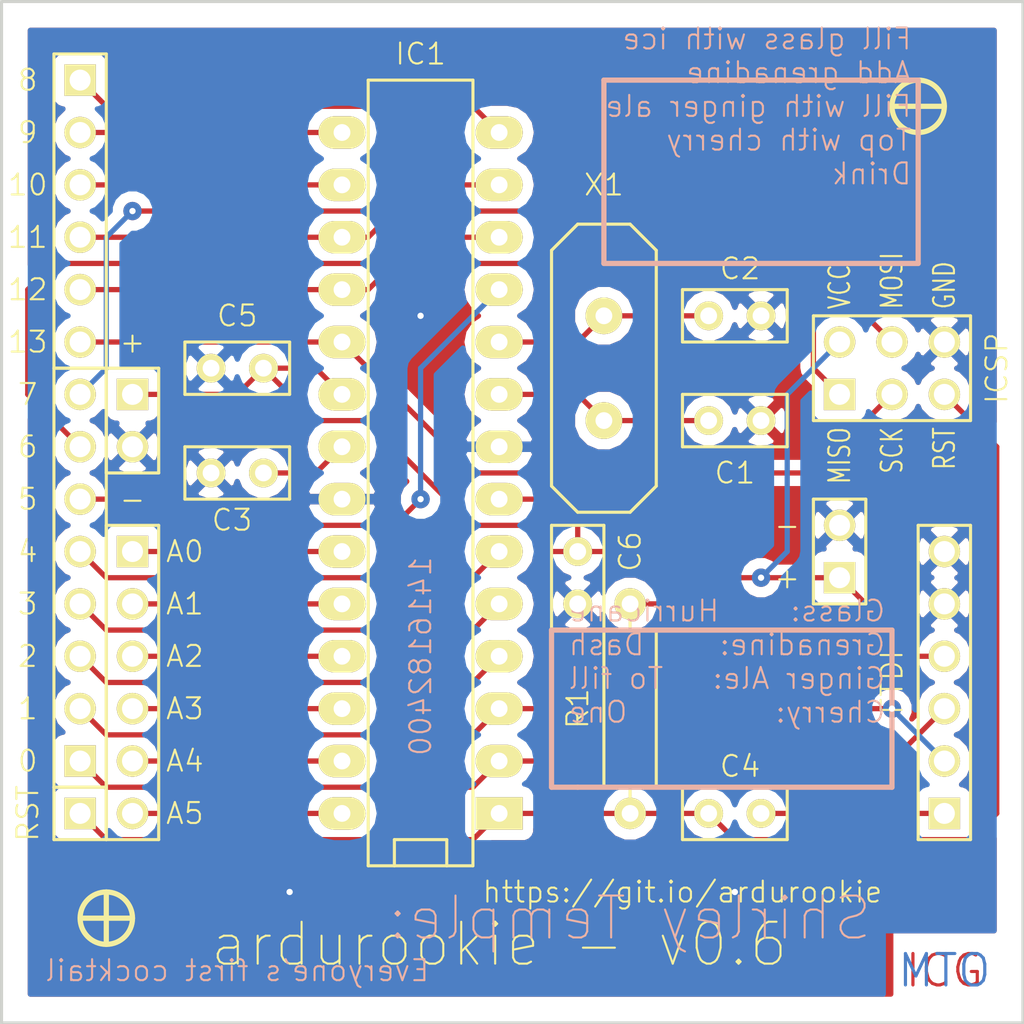
<source format=kicad_pcb>
(kicad_pcb (version 3) (host pcbnew "(2013-mar-25)-stable")

  (general
    (links 54)
    (no_connects 0)
    (area 37.940343 38.024999 87.705001 87.705001)
    (thickness 1.6)
    (drawings 60)
    (tracks 127)
    (zones 0)
    (modules 17)
    (nets 28)
  )

  (page USLetter)
  (title_block 
    (title ardurookie)
    (rev 0.6)
    (company "Monocule Hardware")
  )

  (layers
    (15 F.Cu signal)
    (0 B.Cu signal)
    (16 B.Adhes user)
    (17 F.Adhes user)
    (18 B.Paste user)
    (19 F.Paste user)
    (20 B.SilkS user)
    (21 F.SilkS user)
    (22 B.Mask user)
    (23 F.Mask user)
    (24 Dwgs.User user)
    (25 Cmts.User user)
    (26 Eco1.User user)
    (27 Eco2.User user)
    (28 Edge.Cuts user)
  )

  (setup
    (last_trace_width 0.254)
    (trace_clearance 0.254)
    (zone_clearance 0.508)
    (zone_45_only no)
    (trace_min 0.254)
    (segment_width 0.254)
    (edge_width 0.15)
    (via_size 0.889)
    (via_drill 0.635)
    (via_min_size 0.889)
    (via_min_drill 0.508)
    (user_via 0.889 0.3048)
    (uvia_size 0.508)
    (uvia_drill 0.127)
    (uvias_allowed no)
    (uvia_min_size 0.508)
    (uvia_min_drill 0.127)
    (pcb_text_width 0.3)
    (pcb_text_size 1.5 1.5)
    (mod_edge_width 0.15)
    (mod_text_size 1.5 1.5)
    (mod_text_width 0.15)
    (pad_size 1.5748 2.286)
    (pad_drill 0.8128)
    (pad_to_mask_clearance 0.2)
    (aux_axis_origin 0 0)
    (visible_elements FFFFFFFF)
    (pcbplotparams
      (layerselection 284196865)
      (usegerberextensions true)
      (excludeedgelayer true)
      (linewidth 100000)
      (plotframeref false)
      (viasonmask false)
      (mode 1)
      (useauxorigin false)
      (hpglpennumber 1)
      (hpglpenspeed 20)
      (hpglpendiameter 15)
      (hpglpenoverlay 2)
      (psnegative false)
      (psa4output false)
      (plotreference true)
      (plotvalue true)
      (plotothertext true)
      (plotinvisibletext false)
      (padsonsilk false)
      (subtractmaskfromsilk false)
      (outputformat 1)
      (mirror false)
      (drillshape 0)
      (scaleselection 1)
      (outputdirectory gerber/))
  )

  (net 0 "")
  (net 1 /AD0)
  (net 2 /AD1)
  (net 3 /AD2)
  (net 4 /AD3)
  (net 5 /AD4)
  (net 6 /AD5)
  (net 7 /AREF)
  (net 8 /IO0)
  (net 9 /IO1)
  (net 10 /IO10)
  (net 11 /IO11)
  (net 12 /IO12)
  (net 13 /IO13)
  (net 14 /IO2)
  (net 15 /IO3)
  (net 16 /IO4)
  (net 17 /IO5)
  (net 18 /IO6)
  (net 19 /IO7)
  (net 20 /IO8)
  (net 21 /IO9)
  (net 22 /RESET)
  (net 23 /XTAL1)
  (net 24 /XTAL2)
  (net 25 GND)
  (net 26 N-0000020)
  (net 27 VCC)

  (net_class Default "This is the default net class."
    (clearance 0.254)
    (trace_width 0.254)
    (via_dia 0.889)
    (via_drill 0.635)
    (uvia_dia 0.508)
    (uvia_drill 0.127)
    (add_net "")
    (add_net /AD0)
    (add_net /AD1)
    (add_net /AD2)
    (add_net /AD3)
    (add_net /AD4)
    (add_net /AD5)
    (add_net /AREF)
    (add_net /IO0)
    (add_net /IO1)
    (add_net /IO10)
    (add_net /IO11)
    (add_net /IO12)
    (add_net /IO13)
    (add_net /IO2)
    (add_net /IO3)
    (add_net /IO4)
    (add_net /IO5)
    (add_net /IO6)
    (add_net /IO7)
    (add_net /IO8)
    (add_net /IO9)
    (add_net /RESET)
    (add_net /XTAL1)
    (add_net /XTAL2)
    (add_net GND)
    (add_net N-0000020)
    (add_net VCC)
  )

  (module PIN_ARRAY_2X1 (layer F.Cu) (tedit 5466E087) (tstamp 546422CC)
    (at 44.45 58.42 270)
    (descr "Connecteurs 2 pins")
    (tags "CONN DEV")
    (path /54625CD6)
    (fp_text reference JP4 (at -1.27 0 270) (layer F.SilkS) hide
      (effects (font (size 0.762 0.762) (thickness 0.1524)))
    )
    (fp_text value PWR (at 1.27 0 270) (layer F.SilkS) hide
      (effects (font (size 0.762 0.762) (thickness 0.1524)))
    )
    (fp_line (start -2.54 1.27) (end -2.54 -1.27) (layer F.SilkS) (width 0.1524))
    (fp_line (start -2.54 -1.27) (end 2.54 -1.27) (layer F.SilkS) (width 0.1524))
    (fp_line (start 2.54 -1.27) (end 2.54 1.27) (layer F.SilkS) (width 0.1524))
    (fp_line (start 2.54 1.27) (end -2.54 1.27) (layer F.SilkS) (width 0.1524))
    (pad 1 thru_hole rect (at -1.27 0 270) (size 1.524 1.524) (drill 1.016)
      (layers *.Cu *.Mask F.SilkS)
      (net 27 VCC)
    )
    (pad 2 thru_hole circle (at 1.27 0 270) (size 1.524 1.524) (drill 1.016)
      (layers *.Cu *.Mask F.SilkS)
      (net 25 GND)
    )
    (model pin_array/pins_array_2x1.wrl
      (at (xyz 0 0 0))
      (scale (xyz 1 1 1))
      (rotate (xyz 0 0 0))
    )
  )

  (module PIN_ARRAY_2X1 (layer F.Cu) (tedit 54679A9B) (tstamp 5467D59D)
    (at 78.74 64.77 90)
    (descr "Connecteurs 2 pins")
    (tags "CONN DEV")
    (path /54642219)
    (fp_text reference JP5 (at 0 0 90) (layer F.SilkS) hide
      (effects (font (size 0.762 0.762) (thickness 0.1524)))
    )
    (fp_text value AUX_PWR (at 0 2.54 90) (layer F.SilkS) hide
      (effects (font (size 0.762 0.762) (thickness 0.1524)))
    )
    (fp_line (start -2.54 1.27) (end -2.54 -1.27) (layer F.SilkS) (width 0.1524))
    (fp_line (start -2.54 -1.27) (end 2.54 -1.27) (layer F.SilkS) (width 0.1524))
    (fp_line (start 2.54 -1.27) (end 2.54 1.27) (layer F.SilkS) (width 0.1524))
    (fp_line (start 2.54 1.27) (end -2.54 1.27) (layer F.SilkS) (width 0.1524))
    (pad 1 thru_hole rect (at -1.27 0 90) (size 1.524 1.524) (drill 1.016)
      (layers *.Cu *.Mask F.SilkS)
      (net 27 VCC)
    )
    (pad 2 thru_hole circle (at 1.27 0 90) (size 1.524 1.524) (drill 1.016)
      (layers *.Cu *.Mask F.SilkS)
      (net 25 GND)
    )
    (model pin_array/pins_array_2x1.wrl
      (at (xyz 0 0 0))
      (scale (xyz 1 1 1))
      (rotate (xyz 0 0 0))
    )
  )

  (module HC-18UV (layer F.Cu) (tedit 5466FB54) (tstamp 5464D5B6)
    (at 67.31 55.88 270)
    (descr "Quartz boitier HC-18U vertical")
    (tags "QUARTZ DEV")
    (path /545EEB9F)
    (autoplace_cost180 10)
    (fp_text reference X1 (at -8.89 0 360) (layer F.SilkS)
      (effects (font (size 1.016 1.016) (thickness 0.1016)))
    )
    (fp_text value CRYSTAL (at 0 -1.27 270) (layer F.SilkS) hide
      (effects (font (size 1.143 1.27) (thickness 0.1524)))
    )
    (fp_line (start -6.985 -1.27) (end -5.715 -2.54) (layer F.SilkS) (width 0.1524))
    (fp_line (start 5.715 -2.54) (end 6.985 -1.27) (layer F.SilkS) (width 0.1524))
    (fp_line (start 6.985 1.27) (end 5.715 2.54) (layer F.SilkS) (width 0.1524))
    (fp_line (start -6.985 1.27) (end -5.715 2.54) (layer F.SilkS) (width 0.1524))
    (fp_line (start -5.715 -2.54) (end 5.715 -2.54) (layer F.SilkS) (width 0.1524))
    (fp_line (start -6.985 -1.27) (end -6.985 1.27) (layer F.SilkS) (width 0.1524))
    (fp_line (start -5.715 2.54) (end 5.715 2.54) (layer F.SilkS) (width 0.1524))
    (fp_line (start 6.985 1.27) (end 6.985 -1.27) (layer F.SilkS) (width 0.1524))
    (pad 1 thru_hole circle (at -2.54 0 270) (size 1.778 1.778) (drill 0.8128)
      (layers *.Cu *.Mask F.SilkS)
      (net 24 /XTAL2)
    )
    (pad 2 thru_hole circle (at 2.54 0 270) (size 1.778 1.778) (drill 0.8128)
      (layers *.Cu *.Mask F.SilkS)
      (net 23 /XTAL1)
    )
    (model discret/crystal_hc18u_vertical.wrl
      (at (xyz 0 0 0))
      (scale (xyz 1 1 1))
      (rotate (xyz 0 0 0))
    )
    (model discret/xtal/crystal_hc18u_vertical.wrl
      (at (xyz 0 0 0))
      (scale (xyz 1 1 1))
      (rotate (xyz 0 0 0))
    )
  )

  (module _cPIN_ARRAY-8x1 (layer F.Cu) (tedit 5466E08C) (tstamp 54642A8C)
    (at 41.91 66.04 90)
    (path /545EF0B9)
    (fp_text reference JP3 (at 0 2.54 90) (layer F.SilkS) hide
      (effects (font (size 1 1) (thickness 0.15)))
    )
    (fp_text value CONN_8 (at 3.81 0 90) (layer F.SilkS) hide
      (effects (font (size 1 1) (thickness 0.15)))
    )
    (fp_line (start -10.16 -1.27) (end 10.16 -1.27) (layer F.SilkS) (width 0.15))
    (fp_line (start 10.16 -1.27) (end 10.16 1.27) (layer F.SilkS) (width 0.15))
    (fp_line (start 10.16 1.27) (end -10.16 1.27) (layer F.SilkS) (width 0.15))
    (fp_line (start -10.16 1.27) (end -10.16 -1.27) (layer F.SilkS) (width 0.15))
    (pad 1 thru_hole rect (at -8.89 0 90) (size 1.524 1.524) (drill 1.016)
      (layers *.Cu *.Mask F.SilkS)
      (net 8 /IO0)
    )
    (pad 2 thru_hole circle (at -6.35 0 90) (size 1.524 1.524) (drill 1.016)
      (layers *.Cu *.Mask F.SilkS)
      (net 9 /IO1)
    )
    (pad 3 thru_hole circle (at -3.81 0 90) (size 1.524 1.524) (drill 1.016)
      (layers *.Cu *.Mask F.SilkS)
      (net 14 /IO2)
    )
    (pad 4 thru_hole circle (at -1.27 0 90) (size 1.524 1.524) (drill 1.016)
      (layers *.Cu *.Mask F.SilkS)
      (net 15 /IO3)
    )
    (pad 5 thru_hole circle (at 1.27 0 90) (size 1.524 1.524) (drill 1.016)
      (layers *.Cu *.Mask F.SilkS)
      (net 16 /IO4)
    )
    (pad 6 thru_hole circle (at 3.81 0 90) (size 1.524 1.524) (drill 1.016)
      (layers *.Cu *.Mask F.SilkS)
      (net 17 /IO5)
    )
    (pad 7 thru_hole circle (at 6.35 0 90) (size 1.524 1.524) (drill 1.016)
      (layers *.Cu *.Mask F.SilkS)
      (net 18 /IO6)
    )
    (pad 8 thru_hole circle (at 8.89 0 90) (size 1.524 1.524) (drill 1.016)
      (layers *.Cu *.Mask F.SilkS)
      (net 19 /IO7)
    )
  )

  (module PIN_ARRAY_1 (layer F.Cu) (tedit 5466E0A0) (tstamp 5464D191)
    (at 41.91 77.47 90)
    (descr "1 pin")
    (tags "CONN DEV")
    (path /5464D0C1)
    (fp_text reference JP8 (at -2.54 0 90) (layer F.SilkS) hide
      (effects (font (size 0.762 0.762) (thickness 0.1524)))
    )
    (fp_text value RST (at 0 -1.905 90) (layer F.SilkS) hide
      (effects (font (size 0.762 0.762) (thickness 0.1524)))
    )
    (fp_line (start 1.27 1.27) (end -1.27 1.27) (layer F.SilkS) (width 0.1524))
    (fp_line (start -1.27 -1.27) (end 1.27 -1.27) (layer F.SilkS) (width 0.1524))
    (fp_line (start -1.27 1.27) (end -1.27 -1.27) (layer F.SilkS) (width 0.1524))
    (fp_line (start 1.27 -1.27) (end 1.27 1.27) (layer F.SilkS) (width 0.1524))
    (pad 1 thru_hole rect (at 0 0 90) (size 1.524 1.524) (drill 1.016)
      (layers *.Cu *.Mask F.SilkS)
      (net 22 /RESET)
    )
    (model pin_array\pin_1.wrl
      (at (xyz 0 0 0))
      (scale (xyz 1 1 1))
      (rotate (xyz 0 0 0))
    )
  )

  (module _PIN_ARRAY-6X1 (layer F.Cu) (tedit 5466FAE9) (tstamp 5466F829)
    (at 41.91 48.26 270)
    (descr "Connecteur 6 pins")
    (tags "CONN DEV")
    (path /54625803)
    (fp_text reference JP1 (at 0 -2.159 270) (layer F.SilkS) hide
      (effects (font (size 1.016 1.016) (thickness 0.2032)))
    )
    (fp_text value CONN_6 (at 0 2.159 270) (layer F.SilkS) hide
      (effects (font (size 1.016 0.889) (thickness 0.2032)))
    )
    (fp_line (start -7.62 -1.27) (end 7.62 -1.27) (layer F.SilkS) (width 0.15))
    (fp_line (start 7.62 -1.27) (end 7.62 1.27) (layer F.SilkS) (width 0.15))
    (fp_line (start 7.62 1.27) (end -7.62 1.27) (layer F.SilkS) (width 0.15))
    (fp_line (start -7.62 1.27) (end -7.62 -1.27) (layer F.SilkS) (width 0.15))
    (pad 1 thru_hole rect (at -6.35 0 270) (size 1.524 1.524) (drill 1.016)
      (layers *.Cu *.Mask F.SilkS)
      (net 20 /IO8)
    )
    (pad 2 thru_hole circle (at -3.81 0 270) (size 1.524 1.524) (drill 1.016)
      (layers *.Cu *.Mask F.SilkS)
      (net 21 /IO9)
    )
    (pad 3 thru_hole circle (at -1.27 0 270) (size 1.524 1.524) (drill 1.016)
      (layers *.Cu *.Mask F.SilkS)
      (net 10 /IO10)
    )
    (pad 4 thru_hole circle (at 1.27 0 270) (size 1.524 1.524) (drill 1.016)
      (layers *.Cu *.Mask F.SilkS)
      (net 11 /IO11)
    )
    (pad 5 thru_hole circle (at 3.81 0 270) (size 1.524 1.524) (drill 1.016)
      (layers *.Cu *.Mask F.SilkS)
      (net 12 /IO12)
    )
    (pad 6 thru_hole circle (at 6.35 0 270) (size 1.524 1.524) (drill 1.016)
      (layers *.Cu *.Mask F.SilkS)
      (net 13 /IO13)
    )
    (model pin_array/pins_array_6x1.wrl
      (at (xyz 0 0 0))
      (scale (xyz 1 1 1))
      (rotate (xyz 0 0 0))
    )
  )

  (module _PIN_ARRAY-6X1 (layer F.Cu) (tedit 5466FCBF) (tstamp 5466F85A)
    (at 83.82 71.12 90)
    (descr "Connecteur 6 pins")
    (tags "CONN DEV")
    (path /545F12D3)
    (fp_text reference JP7 (at 0 2.54 90) (layer F.SilkS) hide
      (effects (font (size 1.016 1.016) (thickness 0.2032)))
    )
    (fp_text value FTDI (at 0 -2.54 90) (layer F.SilkS)
      (effects (font (size 1.016 1.016) (thickness 0.1016)))
    )
    (fp_line (start -7.62 -1.27) (end 7.62 -1.27) (layer F.SilkS) (width 0.15))
    (fp_line (start 7.62 -1.27) (end 7.62 1.27) (layer F.SilkS) (width 0.15))
    (fp_line (start 7.62 1.27) (end -7.62 1.27) (layer F.SilkS) (width 0.15))
    (fp_line (start -7.62 1.27) (end -7.62 -1.27) (layer F.SilkS) (width 0.15))
    (pad 1 thru_hole rect (at -6.35 0 90) (size 1.524 1.524) (drill 1.016)
      (layers *.Cu *.Mask F.SilkS)
      (net 26 N-0000020)
    )
    (pad 2 thru_hole circle (at -3.81 0 90) (size 1.524 1.524) (drill 1.016)
      (layers *.Cu *.Mask F.SilkS)
      (net 9 /IO1)
    )
    (pad 3 thru_hole circle (at -1.27 0 90) (size 1.524 1.524) (drill 1.016)
      (layers *.Cu *.Mask F.SilkS)
      (net 8 /IO0)
    )
    (pad 4 thru_hole circle (at 1.27 0 90) (size 1.524 1.524) (drill 1.016)
      (layers *.Cu *.Mask F.SilkS)
      (net 27 VCC)
    )
    (pad 5 thru_hole circle (at 3.81 0 90) (size 1.524 1.524) (drill 1.016)
      (layers *.Cu *.Mask F.SilkS)
      (net 25 GND)
    )
    (pad 6 thru_hole circle (at 6.35 0 90) (size 1.524 1.524) (drill 1.016)
      (layers *.Cu *.Mask F.SilkS)
      (net 25 GND)
    )
    (model pin_array/pins_array_6x1.wrl
      (at (xyz 0 0 0))
      (scale (xyz 1 1 1))
      (rotate (xyz 0 0 0))
    )
  )

  (module _PIN_ARRAY-6X1 (layer F.Cu) (tedit 5466FAD0) (tstamp 5466F894)
    (at 44.45 71.12 270)
    (descr "Connecteur 6 pins")
    (tags "CONN DEV")
    (path /545EF0AA)
    (fp_text reference JP2 (at 0 -2.159 270) (layer F.SilkS) hide
      (effects (font (size 1.016 1.016) (thickness 0.2032)))
    )
    (fp_text value CONN_6 (at 0 2.159 270) (layer F.SilkS) hide
      (effects (font (size 1.016 0.889) (thickness 0.2032)))
    )
    (fp_line (start -7.62 -1.27) (end 7.62 -1.27) (layer F.SilkS) (width 0.15))
    (fp_line (start 7.62 -1.27) (end 7.62 1.27) (layer F.SilkS) (width 0.15))
    (fp_line (start 7.62 1.27) (end -7.62 1.27) (layer F.SilkS) (width 0.15))
    (fp_line (start -7.62 1.27) (end -7.62 -1.27) (layer F.SilkS) (width 0.15))
    (pad 1 thru_hole rect (at -6.35 0 270) (size 1.524 1.524) (drill 1.016)
      (layers *.Cu *.Mask F.SilkS)
      (net 1 /AD0)
    )
    (pad 2 thru_hole circle (at -3.81 0 270) (size 1.524 1.524) (drill 1.016)
      (layers *.Cu *.Mask F.SilkS)
      (net 2 /AD1)
    )
    (pad 3 thru_hole circle (at -1.27 0 270) (size 1.524 1.524) (drill 1.016)
      (layers *.Cu *.Mask F.SilkS)
      (net 3 /AD2)
    )
    (pad 4 thru_hole circle (at 1.27 0 270) (size 1.524 1.524) (drill 1.016)
      (layers *.Cu *.Mask F.SilkS)
      (net 4 /AD3)
    )
    (pad 5 thru_hole circle (at 3.81 0 270) (size 1.524 1.524) (drill 1.016)
      (layers *.Cu *.Mask F.SilkS)
      (net 5 /AD4)
    )
    (pad 6 thru_hole circle (at 6.35 0 270) (size 1.524 1.524) (drill 1.016)
      (layers *.Cu *.Mask F.SilkS)
      (net 6 /AD5)
    )
    (model pin_array/pins_array_6x1.wrl
      (at (xyz 0 0 0))
      (scale (xyz 1 1 1))
      (rotate (xyz 0 0 0))
    )
  )

  (module _c-thin-pin_array_3x2 (layer F.Cu) (tedit 54679661) (tstamp 5466FF58)
    (at 81.28 55.88)
    (descr "Double rangee de contacts 2 x 4 pins")
    (tags CONN)
    (path /545F1A0C)
    (fp_text reference JP6 (at 0 3.81) (layer F.SilkS) hide
      (effects (font (size 1.016 1.016) (thickness 0.1016)))
    )
    (fp_text value ICSP (at 5.08 0 90) (layer F.SilkS)
      (effects (font (size 1.016 1.016) (thickness 0.1016)))
    )
    (fp_line (start -3.81 -2.54) (end -3.81 2.54) (layer F.SilkS) (width 0.15))
    (fp_line (start -3.81 2.54) (end 3.81 2.54) (layer F.SilkS) (width 0.15))
    (fp_line (start 3.81 2.54) (end 3.81 -2.54) (layer F.SilkS) (width 0.15))
    (fp_line (start 3.81 -2.54) (end -3.81 -2.54) (layer F.SilkS) (width 0.15))
    (pad 1 thru_hole rect (at -2.54 1.27) (size 1.524 1.524) (drill 1.016)
      (layers *.Cu *.Mask F.SilkS)
      (net 12 /IO12)
    )
    (pad 2 thru_hole circle (at -2.54 -1.27) (size 1.524 1.524) (drill 1.016)
      (layers *.Cu *.Mask F.SilkS)
      (net 27 VCC)
    )
    (pad 3 thru_hole circle (at 0 1.27) (size 1.524 1.524) (drill 1.016)
      (layers *.Cu *.Mask F.SilkS)
      (net 13 /IO13)
    )
    (pad 4 thru_hole circle (at 0 -1.27) (size 1.524 1.524) (drill 1.016)
      (layers *.Cu *.Mask F.SilkS)
      (net 11 /IO11)
    )
    (pad 5 thru_hole circle (at 2.54 1.27) (size 1.524 1.524) (drill 1.016)
      (layers *.Cu *.Mask F.SilkS)
      (net 22 /RESET)
    )
    (pad 6 thru_hole circle (at 2.54 -1.27) (size 1.524 1.524) (drill 1.016)
      (layers *.Cu *.Mask F.SilkS)
      (net 25 GND)
    )
    (model pin_array/pins_array_3x2.wrl
      (at (xyz 0 0 0))
      (scale (xyz 1 1 1))
      (rotate (xyz 0 0 0))
    )
  )

  (module _C1-nonpolar (layer F.Cu) (tedit 5468C25B) (tstamp 5468E974)
    (at 66.04 66.04 270)
    (descr "Condensateur e = 1 pas")
    (tags C)
    (path /5464D086)
    (fp_text reference C6 (at -1.27 -2.54 270) (layer F.SilkS)
      (effects (font (size 1.016 1.016) (thickness 0.1016)))
    )
    (fp_text value 0.1uF (at 0 0 270) (layer F.SilkS) hide
      (effects (font (size 1.016 1.016) (thickness 0.2032)))
    )
    (fp_line (start 2.54 1.27) (end 2.54 -1.27) (layer F.SilkS) (width 0.15))
    (fp_line (start 2.54 -1.27) (end -2.54 -1.27) (layer F.SilkS) (width 0.15))
    (fp_line (start -2.54 -1.27) (end -2.54 1.27) (layer F.SilkS) (width 0.15))
    (fp_line (start -2.54 1.27) (end 2.54 1.27) (layer F.SilkS) (width 0.15))
    (pad 1 thru_hole circle (at -1.27 0 270) (size 1.397 1.397) (drill 0.8128)
      (layers *.Cu *.Mask F.SilkS)
      (net 27 VCC)
    )
    (pad 2 thru_hole circle (at 1.27 0 270) (size 1.397 1.397) (drill 0.8128)
      (layers *.Cu *.Mask F.SilkS)
      (net 25 GND)
    )
    (model discret/capa_1_pas.wrl
      (at (xyz 0 0 0))
      (scale (xyz 1 1 1))
      (rotate (xyz 0 0 0))
    )
  )

  (module _C1-nonpolar (layer F.Cu) (tedit 5468C287) (tstamp 5468E9AA)
    (at 73.66 58.42)
    (descr "Condensateur e = 1 pas")
    (tags C)
    (path /545EEC33)
    (fp_text reference C1 (at 0 2.54) (layer F.SilkS)
      (effects (font (size 1.016 1.016) (thickness 0.1016)))
    )
    (fp_text value 22pF (at 0 0) (layer F.SilkS) hide
      (effects (font (size 1.016 1.016) (thickness 0.2032)))
    )
    (fp_line (start 2.54 1.27) (end 2.54 -1.27) (layer F.SilkS) (width 0.15))
    (fp_line (start 2.54 -1.27) (end -2.54 -1.27) (layer F.SilkS) (width 0.15))
    (fp_line (start -2.54 -1.27) (end -2.54 1.27) (layer F.SilkS) (width 0.15))
    (fp_line (start -2.54 1.27) (end 2.54 1.27) (layer F.SilkS) (width 0.15))
    (pad 1 thru_hole circle (at -1.27 0) (size 1.397 1.397) (drill 0.8128)
      (layers *.Cu *.Mask F.SilkS)
      (net 23 /XTAL1)
    )
    (pad 2 thru_hole circle (at 1.27 0) (size 1.397 1.397) (drill 0.8128)
      (layers *.Cu *.Mask F.SilkS)
      (net 25 GND)
    )
    (model discret/capa_1_pas.wrl
      (at (xyz 0 0 0))
      (scale (xyz 1 1 1))
      (rotate (xyz 0 0 0))
    )
  )

  (module _C1-nonpolar (layer F.Cu) (tedit 5468C299) (tstamp 5468E9B4)
    (at 73.66 53.34)
    (descr "Condensateur e = 1 pas")
    (tags C)
    (path /545EEC42)
    (fp_text reference C2 (at 0.254 -2.286) (layer F.SilkS)
      (effects (font (size 1.016 1.016) (thickness 0.1016)))
    )
    (fp_text value 22pF (at 0 0) (layer F.SilkS) hide
      (effects (font (size 1.016 1.016) (thickness 0.2032)))
    )
    (fp_line (start 2.54 1.27) (end 2.54 -1.27) (layer F.SilkS) (width 0.15))
    (fp_line (start 2.54 -1.27) (end -2.54 -1.27) (layer F.SilkS) (width 0.15))
    (fp_line (start -2.54 -1.27) (end -2.54 1.27) (layer F.SilkS) (width 0.15))
    (fp_line (start -2.54 1.27) (end 2.54 1.27) (layer F.SilkS) (width 0.15))
    (pad 1 thru_hole circle (at -1.27 0) (size 1.397 1.397) (drill 0.8128)
      (layers *.Cu *.Mask F.SilkS)
      (net 24 /XTAL2)
    )
    (pad 2 thru_hole circle (at 1.27 0) (size 1.397 1.397) (drill 0.8128)
      (layers *.Cu *.Mask F.SilkS)
      (net 25 GND)
    )
    (model discret/capa_1_pas.wrl
      (at (xyz 0 0 0))
      (scale (xyz 1 1 1))
      (rotate (xyz 0 0 0))
    )
  )

  (module _C1-nonpolar (layer F.Cu) (tedit 5468C2C1) (tstamp 5468EA06)
    (at 49.53 55.88 180)
    (descr "Condensateur e = 1 pas")
    (tags C)
    (path /546271A3)
    (fp_text reference C5 (at 0 2.54 180) (layer F.SilkS)
      (effects (font (size 1.016 1.016) (thickness 0.1016)))
    )
    (fp_text value 0.1uF (at 0 0 180) (layer F.SilkS) hide
      (effects (font (size 1.016 1.016) (thickness 0.2032)))
    )
    (fp_line (start 2.54 1.27) (end 2.54 -1.27) (layer F.SilkS) (width 0.15))
    (fp_line (start 2.54 -1.27) (end -2.54 -1.27) (layer F.SilkS) (width 0.15))
    (fp_line (start -2.54 -1.27) (end -2.54 1.27) (layer F.SilkS) (width 0.15))
    (fp_line (start -2.54 1.27) (end 2.54 1.27) (layer F.SilkS) (width 0.15))
    (pad 1 thru_hole circle (at -1.27 0 180) (size 1.397 1.397) (drill 0.8128)
      (layers *.Cu *.Mask F.SilkS)
      (net 27 VCC)
    )
    (pad 2 thru_hole circle (at 1.27 0 180) (size 1.397 1.397) (drill 0.8128)
      (layers *.Cu *.Mask F.SilkS)
      (net 25 GND)
    )
    (model discret/capa_1_pas.wrl
      (at (xyz 0 0 0))
      (scale (xyz 1 1 1))
      (rotate (xyz 0 0 0))
    )
  )

  (module _C1-nonpolar (layer F.Cu) (tedit 5468C2D9) (tstamp 5468EA3A)
    (at 49.53 60.96 180)
    (descr "Condensateur e = 1 pas")
    (tags C)
    (path /545EEBB8)
    (fp_text reference C3 (at 0.254 -2.286 180) (layer F.SilkS)
      (effects (font (size 1.016 1.016) (thickness 0.1016)))
    )
    (fp_text value 0.1uF (at 0 0 180) (layer F.SilkS) hide
      (effects (font (size 1.016 1.016) (thickness 0.2032)))
    )
    (fp_line (start 2.54 1.27) (end 2.54 -1.27) (layer F.SilkS) (width 0.15))
    (fp_line (start 2.54 -1.27) (end -2.54 -1.27) (layer F.SilkS) (width 0.15))
    (fp_line (start -2.54 -1.27) (end -2.54 1.27) (layer F.SilkS) (width 0.15))
    (fp_line (start -2.54 1.27) (end 2.54 1.27) (layer F.SilkS) (width 0.15))
    (pad 1 thru_hole circle (at -1.27 0 180) (size 1.397 1.397) (drill 0.8128)
      (layers *.Cu *.Mask F.SilkS)
      (net 7 /AREF)
    )
    (pad 2 thru_hole circle (at 1.27 0 180) (size 1.397 1.397) (drill 0.8128)
      (layers *.Cu *.Mask F.SilkS)
      (net 25 GND)
    )
    (model discret/capa_1_pas.wrl
      (at (xyz 0 0 0))
      (scale (xyz 1 1 1))
      (rotate (xyz 0 0 0))
    )
  )

  (module _C1-nonpolar (layer F.Cu) (tedit 5468C2F8) (tstamp 5468EA63)
    (at 73.66 77.47)
    (descr "Condensateur e = 1 pas")
    (tags C)
    (path /545F188D)
    (fp_text reference C4 (at 0.254 -2.286) (layer F.SilkS)
      (effects (font (size 1.016 1.016) (thickness 0.1016)))
    )
    (fp_text value 0.1uF (at 0 0) (layer F.SilkS) hide
      (effects (font (size 1.016 1.016) (thickness 0.2032)))
    )
    (fp_line (start 2.54 1.27) (end 2.54 -1.27) (layer F.SilkS) (width 0.15))
    (fp_line (start 2.54 -1.27) (end -2.54 -1.27) (layer F.SilkS) (width 0.15))
    (fp_line (start -2.54 -1.27) (end -2.54 1.27) (layer F.SilkS) (width 0.15))
    (fp_line (start -2.54 1.27) (end 2.54 1.27) (layer F.SilkS) (width 0.15))
    (pad 1 thru_hole circle (at -1.27 0) (size 1.397 1.397) (drill 0.8128)
      (layers *.Cu *.Mask F.SilkS)
      (net 22 /RESET)
    )
    (pad 2 thru_hole circle (at 1.27 0) (size 1.397 1.397) (drill 0.8128)
      (layers *.Cu *.Mask F.SilkS)
      (net 26 N-0000020)
    )
    (model discret/capa_1_pas.wrl
      (at (xyz 0 0 0))
      (scale (xyz 1 1 1))
      (rotate (xyz 0 0 0))
    )
  )

  (module _R4-thin-nonpolar (layer F.Cu) (tedit 5468C545) (tstamp 546902EB)
    (at 68.58 72.39 270)
    (descr "Resitance 4 pas")
    (tags R)
    (path /545EEB6E)
    (autoplace_cost180 10)
    (fp_text reference R1 (at 0 2.54 270) (layer F.SilkS)
      (effects (font (size 1.016 1.016) (thickness 0.1016)))
    )
    (fp_text value 10k (at 0 0 270) (layer F.SilkS) hide
      (effects (font (size 1.397 1.27) (thickness 0.2032)))
    )
    (fp_line (start 3.81 0) (end 3.81 1.27) (layer F.SilkS) (width 0.15))
    (fp_line (start 3.81 1.27) (end -3.81 1.27) (layer F.SilkS) (width 0.15))
    (fp_line (start -3.81 1.27) (end -3.81 0) (layer F.SilkS) (width 0.15))
    (fp_line (start -5.08 0) (end -3.81 0) (layer F.SilkS) (width 0.15))
    (fp_line (start -3.81 0) (end -3.81 -1.27) (layer F.SilkS) (width 0.15))
    (fp_line (start -3.81 -1.27) (end 3.81 -1.27) (layer F.SilkS) (width 0.15))
    (fp_line (start 3.81 -1.27) (end 3.81 0) (layer F.SilkS) (width 0.15))
    (fp_line (start 3.81 0) (end 5.08 0) (layer F.SilkS) (width 0.15))
    (pad 1 thru_hole circle (at -5.08 0 270) (size 1.524 1.524) (drill 0.8128)
      (layers *.Cu *.Mask F.SilkS)
      (net 27 VCC)
    )
    (pad 2 thru_hole circle (at 5.08 0 270) (size 1.524 1.524) (drill 0.8128)
      (layers *.Cu *.Mask F.SilkS)
      (net 22 /RESET)
    )
    (model discret/resistor.wrl
      (at (xyz 0 0 0))
      (scale (xyz 0.4 0.4 0.4))
      (rotate (xyz 0 0 0))
    )
  )

  (module _DIP-28__300_ELL-thin (layer F.Cu) (tedit 5468C57B) (tstamp 54690332)
    (at 58.42 60.96 90)
    (descr "28 pins DIL package, elliptical pads, width 300mil")
    (tags DIL)
    (path /545EEB25)
    (fp_text reference IC1 (at 20.32 0 180) (layer F.SilkS)
      (effects (font (size 1.016 1.016) (thickness 0.1016)))
    )
    (fp_text value ARDUROOKIE-ATMEGA328P-P (at 3.81 0 90) (layer F.SilkS) hide
      (effects (font (size 1.524 1.143) (thickness 0.28575)))
    )
    (fp_line (start -19.05 -1.27) (end -19.05 -2.54) (layer F.SilkS) (width 0.15))
    (fp_line (start -19.05 -2.54) (end 19.05 -2.54) (layer F.SilkS) (width 0.15))
    (fp_line (start 19.05 -2.54) (end 19.05 2.54) (layer F.SilkS) (width 0.15))
    (fp_line (start 19.05 2.54) (end -19.05 2.54) (layer F.SilkS) (width 0.15))
    (fp_line (start -19.05 2.54) (end -19.05 1.27) (layer F.SilkS) (width 0.15))
    (fp_line (start -19.05 1.27) (end -17.78 1.27) (layer F.SilkS) (width 0.15))
    (fp_line (start -17.78 1.27) (end -17.78 -1.27) (layer F.SilkS) (width 0.15))
    (fp_line (start -17.78 -1.27) (end -19.05 -1.27) (layer F.SilkS) (width 0.15))
    (fp_line (start -19.05 -1.27) (end -19.05 1.27) (layer F.SilkS) (width 0.15))
    (pad 2 thru_hole oval (at -13.97 3.81 90) (size 1.5748 2.286) (drill 0.8128)
      (layers *.Cu *.Mask F.SilkS)
      (net 8 /IO0)
    )
    (pad 3 thru_hole oval (at -11.43 3.81 90) (size 1.5748 2.286) (drill 0.8128)
      (layers *.Cu *.Mask F.SilkS)
      (net 9 /IO1)
    )
    (pad 4 thru_hole oval (at -8.89 3.81 90) (size 1.5748 2.286) (drill 0.8128)
      (layers *.Cu *.Mask F.SilkS)
      (net 14 /IO2)
    )
    (pad 5 thru_hole oval (at -6.35 3.81 90) (size 1.5748 2.286) (drill 0.8128)
      (layers *.Cu *.Mask F.SilkS)
      (net 15 /IO3)
    )
    (pad 6 thru_hole oval (at -3.81 3.81 90) (size 1.5748 2.286) (drill 0.8128)
      (layers *.Cu *.Mask F.SilkS)
      (net 16 /IO4)
    )
    (pad 7 thru_hole oval (at -1.27 3.81 90) (size 1.5748 2.286) (drill 0.8128)
      (layers *.Cu *.Mask F.SilkS)
      (net 27 VCC)
    )
    (pad 8 thru_hole oval (at 1.27 3.81 90) (size 1.5748 2.286) (drill 0.8128)
      (layers *.Cu *.Mask F.SilkS)
      (net 25 GND)
    )
    (pad 9 thru_hole oval (at 3.81 3.81 90) (size 1.5748 2.286) (drill 0.8128)
      (layers *.Cu *.Mask F.SilkS)
      (net 23 /XTAL1)
    )
    (pad 10 thru_hole oval (at 6.35 3.81 90) (size 1.5748 2.286) (drill 0.8128)
      (layers *.Cu *.Mask F.SilkS)
      (net 24 /XTAL2)
    )
    (pad 11 thru_hole oval (at 8.89 3.81 90) (size 1.5748 2.286) (drill 0.8128)
      (layers *.Cu *.Mask F.SilkS)
      (net 17 /IO5)
    )
    (pad 12 thru_hole oval (at 11.43 3.81 90) (size 1.5748 2.286) (drill 0.8128)
      (layers *.Cu *.Mask F.SilkS)
      (net 18 /IO6)
    )
    (pad 13 thru_hole oval (at 13.97 3.81 90) (size 1.5748 2.286) (drill 0.8128)
      (layers *.Cu *.Mask F.SilkS)
      (net 19 /IO7)
    )
    (pad 14 thru_hole oval (at 16.51 3.81 90) (size 1.5748 2.286) (drill 0.8128)
      (layers *.Cu *.Mask F.SilkS)
      (net 20 /IO8)
    )
    (pad 1 thru_hole rect (at -16.51 3.81 90) (size 1.5748 2.286) (drill 0.8128)
      (layers *.Cu *.Mask F.SilkS)
      (net 22 /RESET)
    )
    (pad 15 thru_hole oval (at 16.51 -3.81 90) (size 1.5748 2.286) (drill 0.8128)
      (layers *.Cu *.Mask F.SilkS)
      (net 21 /IO9)
    )
    (pad 16 thru_hole oval (at 13.97 -3.81 90) (size 1.5748 2.286) (drill 0.8128)
      (layers *.Cu *.Mask F.SilkS)
      (net 10 /IO10)
    )
    (pad 17 thru_hole oval (at 11.43 -3.81 90) (size 1.5748 2.286) (drill 0.8128)
      (layers *.Cu *.Mask F.SilkS)
      (net 11 /IO11)
    )
    (pad 18 thru_hole oval (at 8.89 -3.81 90) (size 1.5748 2.286) (drill 0.8128)
      (layers *.Cu *.Mask F.SilkS)
      (net 12 /IO12)
    )
    (pad 19 thru_hole oval (at 6.35 -3.81 90) (size 1.5748 2.286) (drill 0.8128)
      (layers *.Cu *.Mask F.SilkS)
      (net 13 /IO13)
    )
    (pad 20 thru_hole oval (at 3.81 -3.81 90) (size 1.5748 2.286) (drill 0.8128)
      (layers *.Cu *.Mask F.SilkS)
      (net 27 VCC)
    )
    (pad 21 thru_hole oval (at 1.27 -3.81 90) (size 1.5748 2.286) (drill 0.8128)
      (layers *.Cu *.Mask F.SilkS)
      (net 7 /AREF)
    )
    (pad 22 thru_hole oval (at -1.27 -3.81 90) (size 1.5748 2.286) (drill 0.8128)
      (layers *.Cu *.Mask F.SilkS)
      (net 25 GND)
    )
    (pad 23 thru_hole oval (at -3.81 -3.81 90) (size 1.5748 2.286) (drill 0.8128)
      (layers *.Cu *.Mask F.SilkS)
      (net 1 /AD0)
    )
    (pad 24 thru_hole oval (at -6.35 -3.81 90) (size 1.5748 2.286) (drill 0.8128)
      (layers *.Cu *.Mask F.SilkS)
      (net 2 /AD1)
    )
    (pad 25 thru_hole oval (at -8.89 -3.81 90) (size 1.5748 2.286) (drill 0.8128)
      (layers *.Cu *.Mask F.SilkS)
      (net 3 /AD2)
    )
    (pad 26 thru_hole oval (at -11.43 -3.81 90) (size 1.5748 2.286) (drill 0.8128)
      (layers *.Cu *.Mask F.SilkS)
      (net 4 /AD3)
    )
    (pad 27 thru_hole oval (at -13.97 -3.81 90) (size 1.5748 2.286) (drill 0.8128)
      (layers *.Cu *.Mask F.SilkS)
      (net 5 /AD4)
    )
    (pad 28 thru_hole oval (at -16.51 -3.81 90) (size 1.5748 2.286) (drill 0.8128)
      (layers *.Cu *.Mask F.SilkS)
      (net 6 /AD5)
    )
    (model dil/dil_28-w300.wrl
      (at (xyz 0 0 0))
      (scale (xyz 1 1 1))
      (rotate (xyz 0 0 0))
    )
  )

  (gr_line (start 64.77 68.58) (end 81.28 68.58) (angle 90) (layer B.SilkS) (width 0.254))
  (gr_line (start 64.77 76.2) (end 64.77 68.58) (angle 90) (layer B.SilkS) (width 0.254))
  (gr_line (start 66.04 76.2) (end 64.77 76.2) (angle 90) (layer B.SilkS) (width 0.254))
  (gr_line (start 81.28 76.2) (end 66.04 76.2) (angle 90) (layer B.SilkS) (width 0.254))
  (gr_line (start 81.28 68.58) (end 81.28 76.2) (angle 90) (layer B.SilkS) (width 0.254))
  (gr_line (start 67.31 41.91) (end 82.55 41.91) (angle 90) (layer B.SilkS) (width 0.254))
  (gr_line (start 67.31 50.8) (end 67.31 41.91) (angle 90) (layer B.SilkS) (width 0.254))
  (gr_line (start 82.55 50.8) (end 67.31 50.8) (angle 90) (layer B.SilkS) (width 0.254))
  (gr_line (start 82.55 41.91) (end 82.55 50.8) (angle 90) (layer B.SilkS) (width 0.254))
  (gr_text "Everyone's first cocktail" (at 49.53 85.09) (layer B.SilkS)
    (effects (font (size 1.016 1.016) (thickness 0.1016)) (justify mirror))
  )
  (gr_text "Shirley Temple:" (at 68.58 82.55) (layer B.SilkS)
    (effects (font (size 2.032 2.032) (thickness 0.1016)) (justify mirror))
  )
  (gr_text "Hurricane\nDash\nTo fill\nOne" (at 65.532 70.104) (layer B.SilkS)
    (effects (font (size 1.016 1.016) (thickness 0.1016)) (justify right mirror))
  )
  (gr_text "Glass:\nGrenadine:\nGinger Ale:\nCherry:" (at 81.026 70.104) (layer B.SilkS)
    (effects (font (size 1.016 1.016) (thickness 0.1016)) (justify left mirror))
  )
  (gr_text "Fill glass with ice\nAdd grenadine\nFill with ginger ale\nTop with cherry\nDrink" (at 82.296 43.18) (layer B.SilkS)
    (effects (font (size 1.016 1.016) (thickness 0.1016)) (justify left mirror))
  )
  (gr_text 1416182400 (at 58.42 69.85 90) (layer B.SilkS)
    (effects (font (size 1.016 1.016) (thickness 0.1016)) (justify mirror))
  )
  (gr_text https://git.io/ardurookie (at 71.12 81.28) (layer F.SilkS)
    (effects (font (size 1.016 1.016) (thickness 0.1016)))
  )
  (gr_text "ardurookie - v0.6" (at 62.23 83.82) (layer F.SilkS)
    (effects (font (size 2.032 2.032) (thickness 0.1016)))
  )
  (gr_text OTM (at 83.82 85.09) (layer B.Cu) (tstamp 5467D97F)
    (effects (font (size 1.524 1.524) (thickness 0.1524)) (justify mirror))
  )
  (gr_text ICG (at 83.82 85.09) (layer F.Cu)
    (effects (font (size 1.524 1.524) (thickness 0.1524)))
  )
  (gr_text MISO (at 78.74 58.674 90) (layer F.SilkS) (tstamp 54679716)
    (effects (font (size 1.016 0.762) (thickness 0.1016)) (justify right))
  )
  (gr_text SCK (at 81.28 58.674 90) (layer F.SilkS) (tstamp 54679708)
    (effects (font (size 1.016 0.762) (thickness 0.1016)) (justify right))
  )
  (gr_text MOSI (at 81.28 53.086 90) (layer F.SilkS) (tstamp 54679651)
    (effects (font (size 1.016 0.762) (thickness 0.1016)) (justify left))
  )
  (gr_text GND (at 83.82 53.086 90) (layer F.SilkS) (tstamp 54679629)
    (effects (font (size 1.016 0.762) (thickness 0.1016)) (justify left))
  )
  (gr_text RST (at 83.82 58.674 90) (layer F.SilkS) (tstamp 54679620)
    (effects (font (size 1.016 0.762) (thickness 0.1016)) (justify right))
  )
  (gr_text VCC (at 78.74 53.086 90) (layer F.SilkS) (tstamp 546795E4)
    (effects (font (size 1.016 0.762) (thickness 0.1016)) (justify left))
  )
  (gr_line (start 43.18 81.28) (end 43.18 83.82) (angle 90) (layer F.SilkS) (width 0.254))
  (gr_line (start 41.91 82.55) (end 44.45 82.55) (angle 90) (layer F.SilkS) (width 0.254))
  (gr_circle (center 43.18 82.55) (end 43.18 81.28) (layer F.SilkS) (width 0.254))
  (gr_line (start 82.55 41.91) (end 82.55 44.45) (angle 90) (layer F.SilkS) (width 0.254))
  (gr_line (start 81.28 43.18) (end 83.82 43.18) (angle 90) (layer F.SilkS) (width 0.254))
  (gr_circle (center 82.55 43.18) (end 82.55 41.91) (layer F.SilkS) (width 0.254))
  (gr_text + (at 76.2 66.04) (layer F.SilkS) (tstamp 5466EAB4)
    (effects (font (size 1.016 1.016) (thickness 0.1016)))
  )
  (gr_text - (at 76.2 63.5) (layer F.SilkS) (tstamp 5466EAB2)
    (effects (font (size 1.016 1.016) (thickness 0.1016)))
  )
  (gr_text A5 (at 46.99 77.47) (layer F.SilkS) (tstamp 5466E8C7)
    (effects (font (size 1.016 1.016) (thickness 0.1016)))
  )
  (gr_text A4 (at 46.99 74.93) (layer F.SilkS) (tstamp 5466E8BD)
    (effects (font (size 1.016 1.016) (thickness 0.1016)))
  )
  (gr_text A3 (at 46.99 72.39) (layer F.SilkS) (tstamp 5466E8AA)
    (effects (font (size 1.016 1.016) (thickness 0.1016)))
  )
  (gr_text A2 (at 46.99 69.85) (layer F.SilkS) (tstamp 5466E894)
    (effects (font (size 1.016 1.016) (thickness 0.1016)))
  )
  (gr_text A1 (at 46.99 67.31) (layer F.SilkS) (tstamp 5466E889)
    (effects (font (size 1.016 1.016) (thickness 0.1016)))
  )
  (gr_text A0 (at 46.99 64.77) (layer F.SilkS) (tstamp 5466E86E)
    (effects (font (size 1.016 1.016) (thickness 0.1016)))
  )
  (gr_text - (at 44.45 62.23) (layer F.SilkS) (tstamp 5466E862)
    (effects (font (size 1.016 1.016) (thickness 0.1016)))
  )
  (gr_text + (at 44.45 54.61) (layer F.SilkS) (tstamp 5466E84F)
    (effects (font (size 1.016 1.016) (thickness 0.1016)))
  )
  (gr_text RST (at 39.37 77.47 90) (layer F.SilkS) (tstamp 5466E823)
    (effects (font (size 1.016 1.016) (thickness 0.1016)))
  )
  (gr_text 0 (at 39.37 74.93) (layer F.SilkS) (tstamp 5466E7E0)
    (effects (font (size 1.016 1.016) (thickness 0.1016)))
  )
  (gr_text 1 (at 39.37 72.39) (layer F.SilkS) (tstamp 5466E7D8)
    (effects (font (size 1.016 1.016) (thickness 0.1016)))
  )
  (gr_text 2 (at 39.37 69.85) (layer F.SilkS) (tstamp 5466E7CC)
    (effects (font (size 1.016 1.016) (thickness 0.1016)))
  )
  (gr_text 3 (at 39.37 67.31) (layer F.SilkS) (tstamp 5466E7C2)
    (effects (font (size 1.016 1.016) (thickness 0.1016)))
  )
  (gr_text 4 (at 39.37 64.77) (layer F.SilkS) (tstamp 5466E7B0)
    (effects (font (size 1.016 1.016) (thickness 0.1016)))
  )
  (gr_text 5 (at 39.37 62.23) (layer F.SilkS) (tstamp 5466E7A4)
    (effects (font (size 1.016 1.016) (thickness 0.1016)))
  )
  (gr_text 6 (at 39.37 59.69) (layer F.SilkS) (tstamp 5466E752)
    (effects (font (size 1.016 1.016) (thickness 0.1016)))
  )
  (gr_text 7 (at 39.37 57.15) (layer F.SilkS) (tstamp 5466E742)
    (effects (font (size 1.016 1.016) (thickness 0.1016)))
  )
  (gr_text 13 (at 39.37 54.61) (layer F.SilkS) (tstamp 5466E70C)
    (effects (font (size 1.016 1.016) (thickness 0.1016)))
  )
  (gr_text 11 (at 39.37 49.53) (layer F.SilkS) (tstamp 5466E6EB)
    (effects (font (size 1.016 1.016) (thickness 0.1016)))
  )
  (gr_text 10 (at 39.37 46.99) (layer F.SilkS) (tstamp 5466E6D3)
    (effects (font (size 1.016 1.016) (thickness 0.1016)))
  )
  (gr_text 9 (at 39.37 44.45) (layer F.SilkS)
    (effects (font (size 1.016 1.016) (thickness 0.1016)))
  )
  (gr_text 8 (at 39.37 41.91) (layer F.SilkS) (tstamp 5466E4E8)
    (effects (font (size 1.016 1.016) (thickness 0.1016)))
  )
  (gr_text 12 (at 39.37 52.07) (layer F.SilkS)
    (effects (font (size 1.016 1.016) (thickness 0.1016)))
  )
  (gr_line (start 38.1 87.63) (end 38.1 38.1) (angle 90) (layer Edge.Cuts) (width 0.15))
  (gr_line (start 87.63 87.63) (end 38.1 87.63) (angle 90) (layer Edge.Cuts) (width 0.15))
  (gr_line (start 87.63 38.1) (end 87.63 87.63) (angle 90) (layer Edge.Cuts) (width 0.15))
  (gr_line (start 38.1 38.1) (end 87.63 38.1) (angle 90) (layer Edge.Cuts) (width 0.15))

  (segment (start 44.45 64.77) (end 54.61 64.77) (width 0.254) (layer F.Cu) (net 1))
  (segment (start 44.45 67.31) (end 54.61 67.31) (width 0.254) (layer F.Cu) (net 2))
  (segment (start 44.45 69.85) (end 54.61 69.85) (width 0.254) (layer F.Cu) (net 3))
  (segment (start 44.45 72.39) (end 54.61 72.39) (width 0.254) (layer F.Cu) (net 4))
  (segment (start 44.45 74.93) (end 54.61 74.93) (width 0.254) (layer F.Cu) (net 5))
  (segment (start 44.45 77.47) (end 54.61 77.47) (width 0.254) (layer F.Cu) (net 6))
  (segment (start 53.34 60.96) (end 54.61 59.69) (width 0.254) (layer F.Cu) (net 7) (tstamp 54658C27))
  (segment (start 50.8 60.96) (end 53.34 60.96) (width 0.254) (layer F.Cu) (net 7))
  (segment (start 83.82 72.39) (end 81.28 74.93) (width 0.254) (layer F.Cu) (net 8))
  (segment (start 81.28 74.93) (end 62.23 74.93) (width 0.254) (layer F.Cu) (net 8) (tstamp 54658D2D))
  (segment (start 41.91 74.93) (end 43.18 76.2) (width 0.254) (layer F.Cu) (net 8))
  (segment (start 60.96 76.2) (end 62.23 74.93) (width 0.254) (layer F.Cu) (net 8) (tstamp 54655363))
  (segment (start 43.18 76.2) (end 60.96 76.2) (width 0.254) (layer F.Cu) (net 8) (tstamp 54655362))
  (via (at 81.28 72.39) (size 0.889) (drill 0.3048) (layers F.Cu B.Cu) (net 9))
  (segment (start 83.82 74.93) (end 81.28 72.39) (width 0.254) (layer B.Cu) (net 9))
  (segment (start 81.28 72.39) (end 62.23 72.39) (width 0.254) (layer F.Cu) (net 9) (tstamp 54658D25))
  (segment (start 41.91 72.39) (end 43.18 73.66) (width 0.254) (layer F.Cu) (net 9))
  (segment (start 60.96 73.66) (end 62.23 72.39) (width 0.254) (layer F.Cu) (net 9) (tstamp 54655368))
  (segment (start 43.18 73.66) (end 60.96 73.66) (width 0.254) (layer F.Cu) (net 9) (tstamp 54655367))
  (segment (start 41.91 46.99) (end 54.61 46.99) (width 0.254) (layer F.Cu) (net 10))
  (segment (start 81.28 54.61) (end 76.2 49.53) (width 0.254) (layer F.Cu) (net 11))
  (segment (start 57.15 48.26) (end 55.88 49.53) (width 0.254) (layer F.Cu) (net 11) (tstamp 5467E98A))
  (segment (start 55.88 49.53) (end 54.61 49.53) (width 0.254) (layer F.Cu) (net 11) (tstamp 5467E98E))
  (segment (start 59.69 48.26) (end 57.15 48.26) (width 0.254) (layer F.Cu) (net 11))
  (segment (start 63.5 48.26) (end 59.69 48.26) (width 0.254) (layer F.Cu) (net 11) (tstamp 5467E9BB))
  (segment (start 64.77 49.53) (end 63.5 48.26) (width 0.254) (layer F.Cu) (net 11) (tstamp 5467E9BA))
  (segment (start 76.2 49.53) (end 64.77 49.53) (width 0.254) (layer F.Cu) (net 11) (tstamp 5467E9B7))
  (segment (start 41.91 49.53) (end 54.61 49.53) (width 0.254) (layer F.Cu) (net 11))
  (segment (start 54.61 52.07) (end 55.88 52.07) (width 0.254) (layer F.Cu) (net 12))
  (segment (start 77.47 55.88) (end 78.74 57.15) (width 0.254) (layer F.Cu) (net 12) (tstamp 5467E9A3))
  (segment (start 77.47 52.07) (end 77.47 55.88) (width 0.254) (layer F.Cu) (net 12) (tstamp 5467E9A1))
  (segment (start 76.2 50.8) (end 77.47 52.07) (width 0.254) (layer F.Cu) (net 12) (tstamp 5467E99F))
  (segment (start 57.15 50.8) (end 76.2 50.8) (width 0.254) (layer F.Cu) (net 12) (tstamp 5467E99B))
  (segment (start 55.88 52.07) (end 57.15 50.8) (width 0.254) (layer F.Cu) (net 12) (tstamp 5467E998))
  (segment (start 41.91 52.07) (end 54.61 52.07) (width 0.254) (layer F.Cu) (net 12))
  (segment (start 81.28 57.15) (end 77.47 60.96) (width 0.254) (layer F.Cu) (net 13))
  (segment (start 60.96 60.96) (end 54.61 54.61) (width 0.254) (layer F.Cu) (net 13) (tstamp 5465900F))
  (segment (start 77.47 60.96) (end 60.96 60.96) (width 0.254) (layer F.Cu) (net 13) (tstamp 54659009))
  (segment (start 41.91 54.61) (end 54.61 54.61) (width 0.254) (layer F.Cu) (net 13))
  (segment (start 41.91 69.85) (end 43.18 71.12) (width 0.254) (layer F.Cu) (net 14))
  (segment (start 60.96 71.12) (end 62.23 69.85) (width 0.254) (layer F.Cu) (net 14) (tstamp 5465536D))
  (segment (start 43.18 71.12) (end 60.96 71.12) (width 0.254) (layer F.Cu) (net 14) (tstamp 5465536C))
  (segment (start 41.91 67.31) (end 43.18 68.58) (width 0.254) (layer F.Cu) (net 15))
  (segment (start 60.96 68.58) (end 62.23 67.31) (width 0.254) (layer F.Cu) (net 15) (tstamp 54655372))
  (segment (start 43.18 68.58) (end 60.96 68.58) (width 0.254) (layer F.Cu) (net 15) (tstamp 54655371))
  (segment (start 41.91 64.77) (end 43.18 66.04) (width 0.254) (layer F.Cu) (net 16))
  (segment (start 60.96 66.04) (end 62.23 64.77) (width 0.254) (layer F.Cu) (net 16) (tstamp 5465550A))
  (segment (start 43.18 66.04) (end 60.96 66.04) (width 0.254) (layer F.Cu) (net 16) (tstamp 54655509))
  (via (at 58.42 62.23) (size 0.889) (drill 0.3048) (layers F.Cu B.Cu) (net 17))
  (segment (start 62.23 52.07) (end 58.42 55.88) (width 0.254) (layer B.Cu) (net 17) (tstamp 546590A0))
  (segment (start 45.72 62.23) (end 41.91 62.23) (width 0.254) (layer F.Cu) (net 17))
  (segment (start 58.42 62.23) (end 58.42 55.88) (width 0.254) (layer B.Cu) (net 17) (tstamp 5465909F))
  (segment (start 57.15 63.5) (end 58.42 62.23) (width 0.254) (layer F.Cu) (net 17) (tstamp 54659099))
  (segment (start 46.99 63.5) (end 57.15 63.5) (width 0.254) (layer F.Cu) (net 17) (tstamp 54659094))
  (segment (start 45.72 62.23) (end 46.99 63.5) (width 0.254) (layer F.Cu) (net 17) (tstamp 54659091))
  (segment (start 40.64 50.8) (end 55.88 50.8) (width 0.254) (layer F.Cu) (net 18))
  (segment (start 39.37 57.15) (end 39.37 52.07) (width 0.254) (layer F.Cu) (net 18) (tstamp 54655604))
  (segment (start 39.37 52.07) (end 40.64 50.8) (width 0.254) (layer F.Cu) (net 18) (tstamp 54655607))
  (segment (start 41.91 59.69) (end 39.37 57.15) (width 0.254) (layer F.Cu) (net 18))
  (segment (start 57.15 49.53) (end 62.23 49.53) (width 0.254) (layer F.Cu) (net 18) (tstamp 5467E994))
  (segment (start 55.88 50.8) (end 57.15 49.53) (width 0.254) (layer F.Cu) (net 18) (tstamp 5467E992))
  (via (at 44.45 48.26) (size 0.889) (drill 0.3048) (layers F.Cu B.Cu) (net 19))
  (segment (start 55.88 48.26) (end 57.15 46.99) (width 0.254) (layer F.Cu) (net 19) (tstamp 54658F86))
  (segment (start 62.23 46.99) (end 57.15 46.99) (width 0.254) (layer F.Cu) (net 19) (tstamp 54658F89))
  (segment (start 43.18 49.53) (end 44.45 48.26) (width 0.254) (layer B.Cu) (net 19) (tstamp 546555A9))
  (segment (start 43.18 55.88) (end 43.18 49.53) (width 0.254) (layer B.Cu) (net 19) (tstamp 546555A8))
  (segment (start 43.18 55.88) (end 41.91 57.15) (width 0.254) (layer B.Cu) (net 19))
  (segment (start 44.45 48.26) (end 55.88 48.26) (width 0.254) (layer F.Cu) (net 19))
  (segment (start 60.96 43.18) (end 62.23 44.45) (width 0.254) (layer F.Cu) (net 20) (tstamp 5466CE12))
  (segment (start 43.18 43.18) (end 60.96 43.18) (width 0.254) (layer F.Cu) (net 20) (tstamp 5466CE10))
  (segment (start 41.91 41.91) (end 43.18 43.18) (width 0.254) (layer F.Cu) (net 20))
  (segment (start 41.91 44.45) (end 54.61 44.45) (width 0.254) (layer F.Cu) (net 21))
  (segment (start 83.82 57.15) (end 86.36 59.69) (width 0.254) (layer F.Cu) (net 22))
  (segment (start 73.66 78.74) (end 72.39 77.47) (width 0.254) (layer F.Cu) (net 22) (tstamp 54659035))
  (segment (start 85.09 78.74) (end 73.66 78.74) (width 0.254) (layer F.Cu) (net 22) (tstamp 54659033))
  (segment (start 86.36 77.47) (end 85.09 78.74) (width 0.254) (layer F.Cu) (net 22) (tstamp 5465902D))
  (segment (start 86.36 59.69) (end 86.36 77.47) (width 0.254) (layer F.Cu) (net 22) (tstamp 5465902C))
  (segment (start 68.58 77.47) (end 72.39 77.47) (width 0.254) (layer F.Cu) (net 22))
  (segment (start 62.23 77.47) (end 68.58 77.47) (width 0.254) (layer F.Cu) (net 22))
  (segment (start 41.91 77.47) (end 43.18 78.74) (width 0.254) (layer F.Cu) (net 22))
  (segment (start 60.96 78.74) (end 62.23 77.47) (width 0.254) (layer F.Cu) (net 22) (tstamp 5465535F))
  (segment (start 43.18 78.74) (end 60.96 78.74) (width 0.254) (layer F.Cu) (net 22) (tstamp 5465535E))
  (segment (start 72.39 58.42) (end 67.31 58.42) (width 0.254) (layer F.Cu) (net 23))
  (segment (start 62.23 57.15) (end 66.04 57.15) (width 0.254) (layer F.Cu) (net 23))
  (segment (start 66.04 57.15) (end 67.31 58.42) (width 0.254) (layer F.Cu) (net 23) (tstamp 546556E9))
  (segment (start 72.39 53.34) (end 67.31 53.34) (width 0.254) (layer F.Cu) (net 24))
  (segment (start 62.23 54.61) (end 66.04 54.61) (width 0.254) (layer F.Cu) (net 24))
  (segment (start 66.04 54.61) (end 67.31 53.34) (width 0.254) (layer F.Cu) (net 24) (tstamp 546556E5))
  (via (at 73.66 81.28) (size 0.889) (drill 0.3048) (layers F.Cu B.Cu) (net 25))
  (segment (start 83.82 67.31) (end 78.74 72.39) (width 0.254) (layer B.Cu) (net 25))
  (segment (start 78.74 72.39) (end 78.74 76.2) (width 0.254) (layer B.Cu) (net 25) (tstamp 5466D56E))
  (segment (start 78.74 76.2) (end 73.66 81.28) (width 0.254) (layer B.Cu) (net 25) (tstamp 5466D572))
  (via (at 58.42 53.34) (size 0.889) (drill 0.3048) (layers F.Cu B.Cu) (net 25))
  (segment (start 54.61 62.23) (end 57.15 62.23) (width 0.254) (layer B.Cu) (net 25))
  (segment (start 57.15 59.69) (end 57.15 54.61) (width 0.254) (layer B.Cu) (net 25) (tstamp 5467EBD8))
  (segment (start 57.15 54.61) (end 58.42 53.34) (width 0.254) (layer B.Cu) (net 25) (tstamp 5467EBDB))
  (segment (start 57.15 62.23) (end 57.15 59.69) (width 0.254) (layer B.Cu) (net 25) (tstamp 54683070))
  (via (at 52.07 81.28) (size 0.889) (drill 0.3048) (layers F.Cu B.Cu) (net 25))
  (segment (start 54.61 62.23) (end 52.07 62.23) (width 0.254) (layer B.Cu) (net 25))
  (segment (start 52.07 64.77) (end 52.07 81.28) (width 0.254) (layer B.Cu) (net 25) (tstamp 5466D4B3))
  (segment (start 52.07 62.23) (end 52.07 64.77) (width 0.254) (layer B.Cu) (net 25) (tstamp 54683069))
  (segment (start 74.93 77.47) (end 83.82 77.47) (width 0.254) (layer F.Cu) (net 26))
  (via (at 74.93 66.04) (size 0.889) (drill 0.3048) (layers F.Cu B.Cu) (net 27))
  (segment (start 78.74 54.61) (end 76.2 57.15) (width 0.254) (layer B.Cu) (net 27))
  (segment (start 76.2 64.77) (end 74.93 66.04) (width 0.254) (layer B.Cu) (net 27) (tstamp 5465906E))
  (segment (start 76.2 57.15) (end 76.2 64.77) (width 0.254) (layer B.Cu) (net 27) (tstamp 5465905E))
  (segment (start 83.82 69.85) (end 82.55 69.85) (width 0.254) (layer F.Cu) (net 27))
  (segment (start 82.55 69.85) (end 78.74 66.04) (width 0.254) (layer F.Cu) (net 27) (tstamp 54658D38))
  (segment (start 72.39 66.04) (end 74.93 66.04) (width 0.254) (layer F.Cu) (net 27))
  (segment (start 74.93 66.04) (end 78.74 66.04) (width 0.254) (layer F.Cu) (net 27) (tstamp 54659079))
  (segment (start 68.58 67.31) (end 71.12 67.31) (width 0.254) (layer F.Cu) (net 27))
  (segment (start 71.12 67.31) (end 72.39 66.04) (width 0.254) (layer F.Cu) (net 27) (tstamp 54658CB0))
  (segment (start 66.04 64.77) (end 71.12 64.77) (width 0.254) (layer F.Cu) (net 27))
  (segment (start 71.12 64.77) (end 72.39 66.04) (width 0.254) (layer F.Cu) (net 27) (tstamp 54658CA7))
  (segment (start 50.8 55.88) (end 53.34 58.42) (width 0.254) (layer F.Cu) (net 27))
  (segment (start 64.77 64.77) (end 66.04 64.77) (width 0.254) (layer F.Cu) (net 27) (tstamp 54658C4E))
  (segment (start 63.5 63.5) (end 64.77 64.77) (width 0.254) (layer F.Cu) (net 27) (tstamp 54658C48))
  (segment (start 60.96 63.5) (end 63.5 63.5) (width 0.254) (layer F.Cu) (net 27) (tstamp 54658C45))
  (segment (start 55.88 58.42) (end 60.96 63.5) (width 0.254) (layer F.Cu) (net 27) (tstamp 54658C42))
  (segment (start 53.34 58.42) (end 55.88 58.42) (width 0.254) (layer F.Cu) (net 27) (tstamp 54658C40))
  (segment (start 44.45 57.15) (end 49.53 57.15) (width 0.254) (layer F.Cu) (net 27))
  (segment (start 49.53 57.15) (end 50.8 55.88) (width 0.254) (layer F.Cu) (net 27) (tstamp 54658C2A))
  (segment (start 50.8 55.88) (end 53.34 55.88) (width 0.254) (layer F.Cu) (net 27))
  (segment (start 53.34 55.88) (end 54.61 57.15) (width 0.254) (layer F.Cu) (net 27) (tstamp 54658C24))
  (segment (start 66.04 64.77) (end 66.04 63.5) (width 0.254) (layer F.Cu) (net 27))
  (segment (start 66.04 63.5) (end 64.77 62.23) (width 0.254) (layer F.Cu) (net 27) (tstamp 5465589B))
  (segment (start 64.77 62.23) (end 62.23 62.23) (width 0.254) (layer F.Cu) (net 27) (tstamp 546558A1))

  (zone (net 25) (net_name GND) (layer B.Cu) (tstamp 54642472) (hatch edge 0.508)
    (connect_pads (clearance 0.508))
    (min_thickness 0.254)
    (fill (arc_segments 16) (thermal_gap 0.508) (thermal_bridge_width 0.508))
    (polygon
      (pts
        (xy 86.36 86.36) (xy 39.37 86.36) (xy 39.37 39.37) (xy 86.36 39.37)
      )
    )
    (filled_polygon
      (pts
        (xy 86.233 83.1596) (xy 85.229143 83.1596) (xy 85.229143 67.517696) (xy 85.229143 64.977696) (xy 85.229143 54.817696)
        (xy 85.20136 54.262631) (xy 85.042396 53.878858) (xy 84.800212 53.809393) (xy 84.620607 53.988998) (xy 84.620607 53.629788)
        (xy 84.551142 53.387604) (xy 84.027696 53.200857) (xy 83.472631 53.22864) (xy 83.088858 53.387604) (xy 83.019393 53.629788)
        (xy 83.82 54.430395) (xy 84.620607 53.629788) (xy 84.620607 53.988998) (xy 83.999605 54.61) (xy 84.800212 55.410607)
        (xy 85.042396 55.341142) (xy 85.229143 54.817696) (xy 85.229143 64.977696) (xy 85.217241 64.73991) (xy 85.217241 56.873339)
        (xy 85.005009 56.359697) (xy 84.61237 55.966372) (xy 84.420269 55.886605) (xy 84.551142 55.832396) (xy 84.620607 55.590212)
        (xy 83.82 54.789605) (xy 83.019393 55.590212) (xy 83.088858 55.832396) (xy 83.229321 55.882508) (xy 83.029697 55.964991)
        (xy 82.636372 56.35763) (xy 82.55005 56.565514) (xy 82.465009 56.359697) (xy 82.07237 55.966372) (xy 81.864485 55.88005)
        (xy 82.070303 55.795009) (xy 82.463628 55.40237) (xy 82.543394 55.210269) (xy 82.597604 55.341142) (xy 82.839788 55.410607)
        (xy 83.640395 54.61) (xy 82.839788 53.809393) (xy 82.597604 53.878858) (xy 82.547491 54.019321) (xy 82.465009 53.819697)
        (xy 82.07237 53.426372) (xy 81.559099 53.213244) (xy 81.003339 53.212759) (xy 80.489697 53.424991) (xy 80.096372 53.81763)
        (xy 80.01005 54.025514) (xy 79.925009 53.819697) (xy 79.53237 53.426372) (xy 79.019099 53.213244) (xy 78.463339 53.212759)
        (xy 77.949697 53.424991) (xy 77.556372 53.81763) (xy 77.343244 54.330901) (xy 77.342759 54.886661) (xy 77.355316 54.917052)
        (xy 76.275924 55.996445) (xy 76.275924 53.53252) (xy 76.247146 53.002802) (xy 76.099798 52.647072) (xy 75.864186 52.585419)
        (xy 75.684581 52.765024) (xy 75.684581 52.405814) (xy 75.622928 52.170202) (xy 75.12252 51.994076) (xy 74.592802 52.022854)
        (xy 74.237072 52.170202) (xy 74.175419 52.405814) (xy 74.93 53.160395) (xy 75.684581 52.405814) (xy 75.684581 52.765024)
        (xy 75.109605 53.34) (xy 75.864186 54.094581) (xy 76.099798 54.032928) (xy 76.275924 53.53252) (xy 76.275924 55.996445)
        (xy 75.684581 56.587788) (xy 75.684581 54.274186) (xy 74.93 53.519605) (xy 74.750395 53.69921) (xy 74.750395 53.34)
        (xy 73.995814 52.585419) (xy 73.760202 52.647072) (xy 73.661917 52.926316) (xy 73.521145 52.58562) (xy 73.146353 52.210174)
        (xy 72.656413 52.006733) (xy 72.125914 52.00627) (xy 71.63562 52.208855) (xy 71.260174 52.583647) (xy 71.056733 53.073587)
        (xy 71.05627 53.604086) (xy 71.258855 54.09438) (xy 71.633647 54.469826) (xy 72.123587 54.673267) (xy 72.654086 54.67373)
        (xy 73.14438 54.471145) (xy 73.519826 54.096353) (xy 73.653314 53.774877) (xy 73.760202 54.032928) (xy 73.995814 54.094581)
        (xy 74.750395 53.34) (xy 74.750395 53.69921) (xy 74.175419 54.274186) (xy 74.237072 54.509798) (xy 74.73748 54.685924)
        (xy 75.267198 54.657146) (xy 75.622928 54.509798) (xy 75.684581 54.274186) (xy 75.684581 56.587788) (xy 75.661185 56.611185)
        (xy 75.496004 56.858395) (xy 75.438 57.15) (xy 75.438 57.185113) (xy 75.12252 57.074076) (xy 74.592802 57.102854)
        (xy 74.237072 57.250202) (xy 74.175419 57.485814) (xy 74.93 58.240395) (xy 74.944142 58.226252) (xy 75.123747 58.405857)
        (xy 75.109605 58.42) (xy 75.123747 58.434142) (xy 74.944142 58.613747) (xy 74.93 58.599605) (xy 74.750395 58.77921)
        (xy 74.750395 58.42) (xy 73.995814 57.665419) (xy 73.760202 57.727072) (xy 73.661917 58.006316) (xy 73.521145 57.66562)
        (xy 73.146353 57.290174) (xy 72.656413 57.086733) (xy 72.125914 57.08627) (xy 71.63562 57.288855) (xy 71.260174 57.663647)
        (xy 71.056733 58.153587) (xy 71.05627 58.684086) (xy 71.258855 59.17438) (xy 71.633647 59.549826) (xy 72.123587 59.753267)
        (xy 72.654086 59.75373) (xy 73.14438 59.551145) (xy 73.519826 59.176353) (xy 73.653314 58.854877) (xy 73.760202 59.112928)
        (xy 73.995814 59.174581) (xy 74.750395 58.42) (xy 74.750395 58.77921) (xy 74.175419 59.354186) (xy 74.237072 59.589798)
        (xy 74.73748 59.765924) (xy 75.267198 59.737146) (xy 75.438 59.666397) (xy 75.438 64.454369) (xy 74.931868 64.9605)
        (xy 74.716216 64.960313) (xy 74.319311 65.124311) (xy 74.015378 65.427714) (xy 73.850687 65.824332) (xy 73.850313 66.253784)
        (xy 74.014311 66.650689) (xy 74.317714 66.954622) (xy 74.714332 67.119313) (xy 75.143784 67.119687) (xy 75.540689 66.955689)
        (xy 75.844622 66.652286) (xy 76.009313 66.255668) (xy 76.009502 66.038127) (xy 76.738815 65.308816) (xy 76.738815 65.308815)
        (xy 76.903996 65.061605) (xy 76.961999 64.77) (xy 76.962 64.77) (xy 76.962 57.46563) (xy 77.34289 57.08474)
        (xy 77.34289 58.037755) (xy 77.439359 58.271229) (xy 77.617832 58.450013) (xy 77.851136 58.546889) (xy 78.103755 58.54711)
        (xy 79.627755 58.54711) (xy 79.861229 58.450641) (xy 80.040013 58.272168) (xy 80.136889 58.038864) (xy 80.136938 57.982323)
        (xy 80.48763 58.333628) (xy 81.000901 58.546756) (xy 81.556661 58.547241) (xy 82.070303 58.335009) (xy 82.463628 57.94237)
        (xy 82.549949 57.734485) (xy 82.634991 57.940303) (xy 83.02763 58.333628) (xy 83.540901 58.546756) (xy 84.096661 58.547241)
        (xy 84.610303 58.335009) (xy 85.003628 57.94237) (xy 85.216756 57.429099) (xy 85.217241 56.873339) (xy 85.217241 64.73991)
        (xy 85.20136 64.422631) (xy 85.042396 64.038858) (xy 84.800212 63.969393) (xy 84.620607 64.148998) (xy 84.620607 63.789788)
        (xy 84.551142 63.547604) (xy 84.027696 63.360857) (xy 83.472631 63.38864) (xy 83.088858 63.547604) (xy 83.019393 63.789788)
        (xy 83.82 64.590395) (xy 84.620607 63.789788) (xy 84.620607 64.148998) (xy 83.999605 64.77) (xy 84.800212 65.570607)
        (xy 85.042396 65.501142) (xy 85.229143 64.977696) (xy 85.229143 67.517696) (xy 85.20136 66.962631) (xy 85.042396 66.578858)
        (xy 84.800212 66.509393) (xy 84.620607 66.688998) (xy 84.620607 66.329788) (xy 84.551142 66.087604) (xy 84.427652 66.043547)
        (xy 84.551142 65.992396) (xy 84.620607 65.750212) (xy 83.82 64.949605) (xy 83.640395 65.12921) (xy 83.640395 64.77)
        (xy 82.839788 63.969393) (xy 82.597604 64.038858) (xy 82.410857 64.562304) (xy 82.43864 65.117369) (xy 82.597604 65.501142)
        (xy 82.839788 65.570607) (xy 83.640395 64.77) (xy 83.640395 65.12921) (xy 83.019393 65.750212) (xy 83.088858 65.992396)
        (xy 83.212347 66.036452) (xy 83.088858 66.087604) (xy 83.019393 66.329788) (xy 83.82 67.130395) (xy 84.620607 66.329788)
        (xy 84.620607 66.688998) (xy 83.999605 67.31) (xy 84.800212 68.110607) (xy 85.042396 68.041142) (xy 85.229143 67.517696)
        (xy 85.229143 83.1596) (xy 85.217241 83.1596) (xy 85.217241 74.653339) (xy 85.005009 74.139697) (xy 84.61237 73.746372)
        (xy 84.404485 73.66005) (xy 84.610303 73.575009) (xy 85.003628 73.18237) (xy 85.216756 72.669099) (xy 85.217241 72.113339)
        (xy 85.005009 71.599697) (xy 84.61237 71.206372) (xy 84.404485 71.12005) (xy 84.610303 71.035009) (xy 85.003628 70.64237)
        (xy 85.216756 70.129099) (xy 85.217241 69.573339) (xy 85.005009 69.059697) (xy 84.61237 68.666372) (xy 84.420269 68.586605)
        (xy 84.551142 68.532396) (xy 84.620607 68.290212) (xy 83.82 67.489605) (xy 83.640395 67.66921) (xy 83.640395 67.31)
        (xy 82.839788 66.509393) (xy 82.597604 66.578858) (xy 82.410857 67.102304) (xy 82.43864 67.657369) (xy 82.597604 68.041142)
        (xy 82.839788 68.110607) (xy 83.640395 67.31) (xy 83.640395 67.66921) (xy 83.019393 68.290212) (xy 83.088858 68.532396)
        (xy 83.229321 68.582508) (xy 83.029697 68.664991) (xy 82.636372 69.05763) (xy 82.423244 69.570901) (xy 82.422759 70.126661)
        (xy 82.634991 70.640303) (xy 83.02763 71.033628) (xy 83.235514 71.119949) (xy 83.029697 71.204991) (xy 82.636372 71.59763)
        (xy 82.423244 72.110901) (xy 82.422943 72.455313) (xy 82.359499 72.391868) (xy 82.359687 72.176216) (xy 82.195689 71.779311)
        (xy 81.892286 71.475378) (xy 81.495668 71.310687) (xy 81.066216 71.310313) (xy 80.669311 71.474311) (xy 80.365378 71.777714)
        (xy 80.200687 72.174332) (xy 80.200313 72.603784) (xy 80.364311 73.000689) (xy 80.667714 73.304622) (xy 81.064332 73.469313)
        (xy 81.281872 73.469502) (xy 82.434987 74.622618) (xy 82.423244 74.650901) (xy 82.422759 75.206661) (xy 82.634991 75.720303)
        (xy 82.986963 76.07289) (xy 82.932245 76.07289) (xy 82.698771 76.169359) (xy 82.519987 76.347832) (xy 82.423111 76.581136)
        (xy 82.42289 76.833755) (xy 82.42289 78.357755) (xy 82.519359 78.591229) (xy 82.697832 78.770013) (xy 82.931136 78.866889)
        (xy 83.183755 78.86711) (xy 84.707755 78.86711) (xy 84.941229 78.770641) (xy 85.120013 78.592168) (xy 85.216889 78.358864)
        (xy 85.21711 78.106245) (xy 85.21711 76.582245) (xy 85.120641 76.348771) (xy 84.942168 76.169987) (xy 84.708864 76.073111)
        (xy 84.652323 76.073061) (xy 85.003628 75.72237) (xy 85.216756 75.209099) (xy 85.217241 74.653339) (xy 85.217241 83.1596)
        (xy 80.859086 83.1596) (xy 80.859086 86.233) (xy 80.149143 86.233) (xy 80.149143 63.707696) (xy 80.12136 63.152631)
        (xy 79.962396 62.768858) (xy 79.720212 62.699393) (xy 79.540607 62.878998) (xy 79.540607 62.519788) (xy 79.471142 62.277604)
        (xy 78.947696 62.090857) (xy 78.392631 62.11864) (xy 78.008858 62.277604) (xy 77.939393 62.519788) (xy 78.74 63.320395)
        (xy 79.540607 62.519788) (xy 79.540607 62.878998) (xy 78.919605 63.5) (xy 79.720212 64.300607) (xy 79.962396 64.231142)
        (xy 80.149143 63.707696) (xy 80.149143 86.233) (xy 80.13711 86.233) (xy 80.13711 66.676245) (xy 80.13711 65.152245)
        (xy 80.040641 64.918771) (xy 79.862168 64.739987) (xy 79.628864 64.643111) (xy 79.493916 64.642992) (xy 79.540607 64.480212)
        (xy 78.74 63.679605) (xy 78.560395 63.85921) (xy 78.560395 63.5) (xy 77.759788 62.699393) (xy 77.517604 62.768858)
        (xy 77.330857 63.292304) (xy 77.35864 63.847369) (xy 77.517604 64.231142) (xy 77.759788 64.300607) (xy 78.560395 63.5)
        (xy 78.560395 63.85921) (xy 77.939393 64.480212) (xy 77.986053 64.64289) (xy 77.852245 64.64289) (xy 77.618771 64.739359)
        (xy 77.439987 64.917832) (xy 77.343111 65.151136) (xy 77.34289 65.403755) (xy 77.34289 66.927755) (xy 77.439359 67.161229)
        (xy 77.617832 67.340013) (xy 77.851136 67.436889) (xy 78.103755 67.43711) (xy 79.627755 67.43711) (xy 79.861229 67.340641)
        (xy 80.040013 67.162168) (xy 80.136889 66.928864) (xy 80.13711 66.676245) (xy 80.13711 86.233) (xy 76.26373 86.233)
        (xy 76.26373 77.205914) (xy 76.061145 76.71562) (xy 75.686353 76.340174) (xy 75.196413 76.136733) (xy 74.665914 76.13627)
        (xy 74.17562 76.338855) (xy 73.800174 76.713647) (xy 73.659906 77.051448) (xy 73.521145 76.71562) (xy 73.146353 76.340174)
        (xy 72.656413 76.136733) (xy 72.125914 76.13627) (xy 71.63562 76.338855) (xy 71.260174 76.713647) (xy 71.056733 77.203587)
        (xy 71.05627 77.734086) (xy 71.258855 78.22438) (xy 71.633647 78.599826) (xy 72.123587 78.803267) (xy 72.654086 78.80373)
        (xy 73.14438 78.601145) (xy 73.519826 78.226353) (xy 73.660093 77.888551) (xy 73.798855 78.22438) (xy 74.173647 78.599826)
        (xy 74.663587 78.803267) (xy 75.194086 78.80373) (xy 75.68438 78.601145) (xy 76.059826 78.226353) (xy 76.263267 77.736413)
        (xy 76.26373 77.205914) (xy 76.26373 86.233) (xy 69.977241 86.233) (xy 69.977241 77.193339) (xy 69.977241 67.033339)
        (xy 69.765009 66.519697) (xy 69.37237 66.126372) (xy 68.859099 65.913244) (xy 68.834263 65.913222) (xy 68.834263 58.118188)
        (xy 68.834263 53.038188) (xy 68.602737 52.477852) (xy 68.174403 52.04877) (xy 67.614472 51.816266) (xy 67.008188 51.815737)
        (xy 66.447852 52.047263) (xy 66.01877 52.475597) (xy 65.786266 53.035528) (xy 65.785737 53.641812) (xy 66.017263 54.202148)
        (xy 66.445597 54.63123) (xy 67.005528 54.863734) (xy 67.611812 54.864263) (xy 68.172148 54.632737) (xy 68.60123 54.204403)
        (xy 68.833734 53.644472) (xy 68.834263 53.038188) (xy 68.834263 58.118188) (xy 68.602737 57.557852) (xy 68.174403 57.12877)
        (xy 67.614472 56.896266) (xy 67.008188 56.895737) (xy 66.447852 57.127263) (xy 66.01877 57.555597) (xy 65.786266 58.115528)
        (xy 65.785737 58.721812) (xy 66.017263 59.282148) (xy 66.445597 59.71123) (xy 67.005528 59.943734) (xy 67.611812 59.944263)
        (xy 68.172148 59.712737) (xy 68.60123 59.284403) (xy 68.833734 58.724472) (xy 68.834263 58.118188) (xy 68.834263 65.913222)
        (xy 68.303339 65.912759) (xy 67.789697 66.124991) (xy 67.396372 66.51763) (xy 67.37373 66.572157) (xy 67.37373 64.505914)
        (xy 67.171145 64.01562) (xy 66.796353 63.640174) (xy 66.306413 63.436733) (xy 65.775914 63.43627) (xy 65.28562 63.638855)
        (xy 64.910174 64.013647) (xy 64.706733 64.503587) (xy 64.70627 65.034086) (xy 64.908855 65.52438) (xy 65.283647 65.899826)
        (xy 65.605122 66.033314) (xy 65.347072 66.140202) (xy 65.285419 66.375814) (xy 66.04 67.130395) (xy 66.794581 66.375814)
        (xy 66.732928 66.140202) (xy 66.453683 66.041917) (xy 66.79438 65.901145) (xy 67.169826 65.526353) (xy 67.373267 65.036413)
        (xy 67.37373 64.505914) (xy 67.37373 66.572157) (xy 67.282349 66.792227) (xy 67.209798 66.617072) (xy 66.974186 66.555419)
        (xy 66.219605 67.31) (xy 66.974186 68.064581) (xy 67.209798 68.002928) (xy 67.276477 67.813478) (xy 67.394991 68.100303)
        (xy 67.78763 68.493628) (xy 68.300901 68.706756) (xy 68.856661 68.707241) (xy 69.370303 68.495009) (xy 69.763628 68.10237)
        (xy 69.976756 67.589099) (xy 69.977241 67.033339) (xy 69.977241 77.193339) (xy 69.765009 76.679697) (xy 69.37237 76.286372)
        (xy 68.859099 76.073244) (xy 68.303339 76.072759) (xy 67.789697 76.284991) (xy 67.396372 76.67763) (xy 67.183244 77.190901)
        (xy 67.182759 77.746661) (xy 67.394991 78.260303) (xy 67.78763 78.653628) (xy 68.300901 78.866756) (xy 68.856661 78.867241)
        (xy 69.370303 78.655009) (xy 69.763628 78.26237) (xy 69.976756 77.749099) (xy 69.977241 77.193339) (xy 69.977241 86.233)
        (xy 66.794581 86.233) (xy 66.794581 68.244186) (xy 66.04 67.489605) (xy 65.860395 67.66921) (xy 65.860395 67.31)
        (xy 65.105814 66.555419) (xy 64.870202 66.617072) (xy 64.694076 67.11748) (xy 64.722854 67.647198) (xy 64.870202 68.002928)
        (xy 65.105814 68.064581) (xy 65.860395 67.31) (xy 65.860395 67.66921) (xy 65.285419 68.244186) (xy 65.347072 68.479798)
        (xy 65.84748 68.655924) (xy 66.377198 68.627146) (xy 66.732928 68.479798) (xy 66.794581 68.244186) (xy 66.794581 86.233)
        (xy 64.042833 86.233) (xy 64.042833 74.93) (xy 63.934559 74.385671) (xy 63.626222 73.924211) (xy 63.230801 73.66)
        (xy 63.626222 73.395789) (xy 63.934559 72.934329) (xy 64.042833 72.39) (xy 63.934559 71.845671) (xy 63.626222 71.384211)
        (xy 63.230801 71.12) (xy 63.626222 70.855789) (xy 63.934559 70.394329) (xy 64.042833 69.85) (xy 63.934559 69.305671)
        (xy 63.626222 68.844211) (xy 63.230801 68.58) (xy 63.626222 68.315789) (xy 63.934559 67.854329) (xy 64.042833 67.31)
        (xy 63.934559 66.765671) (xy 63.626222 66.304211) (xy 63.230801 66.04) (xy 63.626222 65.775789) (xy 63.934559 65.314329)
        (xy 64.042833 64.77) (xy 63.934559 64.225671) (xy 63.626222 63.764211) (xy 63.230801 63.5) (xy 63.626222 63.235789)
        (xy 63.934559 62.774329) (xy 64.042833 62.23) (xy 64.042833 57.15) (xy 63.934559 56.605671) (xy 63.626222 56.144211)
        (xy 63.230801 55.88) (xy 63.626222 55.615789) (xy 63.934559 55.154329) (xy 64.042833 54.61) (xy 63.934559 54.065671)
        (xy 63.626222 53.604211) (xy 63.230801 53.34) (xy 63.626222 53.075789) (xy 63.934559 52.614329) (xy 64.042833 52.07)
        (xy 63.934559 51.525671) (xy 63.626222 51.064211) (xy 63.230801 50.8) (xy 63.626222 50.535789) (xy 63.934559 50.074329)
        (xy 64.042833 49.53) (xy 63.934559 48.985671) (xy 63.626222 48.524211) (xy 63.230801 48.26) (xy 63.626222 47.995789)
        (xy 63.934559 47.534329) (xy 64.042833 46.99) (xy 63.934559 46.445671) (xy 63.626222 45.984211) (xy 63.230801 45.72)
        (xy 63.626222 45.455789) (xy 63.934559 44.994329) (xy 64.042833 44.45) (xy 63.934559 43.905671) (xy 63.626222 43.444211)
        (xy 63.164762 43.135874) (xy 62.620433 43.0276) (xy 61.839567 43.0276) (xy 61.295238 43.135874) (xy 60.833778 43.444211)
        (xy 60.525441 43.905671) (xy 60.417167 44.45) (xy 60.525441 44.994329) (xy 60.833778 45.455789) (xy 61.229198 45.72)
        (xy 60.833778 45.984211) (xy 60.525441 46.445671) (xy 60.417167 46.99) (xy 60.525441 47.534329) (xy 60.833778 47.995789)
        (xy 61.229198 48.26) (xy 60.833778 48.524211) (xy 60.525441 48.985671) (xy 60.417167 49.53) (xy 60.525441 50.074329)
        (xy 60.833778 50.535789) (xy 61.229198 50.8) (xy 60.833778 51.064211) (xy 60.525441 51.525671) (xy 60.417167 52.07)
        (xy 60.525441 52.614329) (xy 60.558525 52.663843) (xy 57.881185 55.341185) (xy 57.716004 55.588395) (xy 57.658 55.88)
        (xy 57.658 61.465358) (xy 57.505378 61.617714) (xy 57.340687 62.014332) (xy 57.340313 62.443784) (xy 57.504311 62.840689)
        (xy 57.807714 63.144622) (xy 58.204332 63.309313) (xy 58.633784 63.309687) (xy 59.030689 63.145689) (xy 59.334622 62.842286)
        (xy 59.499313 62.445668) (xy 59.499687 62.016216) (xy 59.335689 61.619311) (xy 59.182 61.465353) (xy 59.182 56.19563)
        (xy 60.475312 54.902317) (xy 60.525441 55.154329) (xy 60.833778 55.615789) (xy 61.229198 55.88) (xy 60.833778 56.144211)
        (xy 60.525441 56.605671) (xy 60.417167 57.15) (xy 60.525441 57.694329) (xy 60.833778 58.155789) (xy 61.228829 58.419753)
        (xy 61.212738 58.424475) (xy 60.778809 58.774014) (xy 60.511673 59.263004) (xy 60.49499 59.34294) (xy 60.617149 59.563)
        (xy 62.103 59.563) (xy 62.103 59.543) (xy 62.357 59.543) (xy 62.357 59.563) (xy 63.842851 59.563)
        (xy 63.96501 59.34294) (xy 63.948327 59.263004) (xy 63.681191 58.774014) (xy 63.247262 58.424475) (xy 63.23117 58.419753)
        (xy 63.626222 58.155789) (xy 63.934559 57.694329) (xy 64.042833 57.15) (xy 64.042833 62.23) (xy 63.934559 61.685671)
        (xy 63.626222 61.224211) (xy 63.23117 60.960246) (xy 63.247262 60.955525) (xy 63.681191 60.605986) (xy 63.948327 60.116996)
        (xy 63.96501 60.03706) (xy 63.842851 59.817) (xy 62.357 59.817) (xy 62.357 59.837) (xy 62.103 59.837)
        (xy 62.103 59.817) (xy 60.617149 59.817) (xy 60.49499 60.03706) (xy 60.511673 60.116996) (xy 60.778809 60.605986)
        (xy 61.212738 60.955525) (xy 61.228829 60.960246) (xy 60.833778 61.224211) (xy 60.525441 61.685671) (xy 60.417167 62.23)
        (xy 60.525441 62.774329) (xy 60.833778 63.235789) (xy 61.229198 63.5) (xy 60.833778 63.764211) (xy 60.525441 64.225671)
        (xy 60.417167 64.77) (xy 60.525441 65.314329) (xy 60.833778 65.775789) (xy 61.229198 66.04) (xy 60.833778 66.304211)
        (xy 60.525441 66.765671) (xy 60.417167 67.31) (xy 60.525441 67.854329) (xy 60.833778 68.315789) (xy 61.229198 68.58)
        (xy 60.833778 68.844211) (xy 60.525441 69.305671) (xy 60.417167 69.85) (xy 60.525441 70.394329) (xy 60.833778 70.855789)
        (xy 61.229198 71.12) (xy 60.833778 71.384211) (xy 60.525441 71.845671) (xy 60.417167 72.39) (xy 60.525441 72.934329)
        (xy 60.833778 73.395789) (xy 61.229198 73.66) (xy 60.833778 73.924211) (xy 60.525441 74.385671) (xy 60.417167 74.93)
        (xy 60.525441 75.474329) (xy 60.833778 75.935789) (xy 61.00095 76.04749) (xy 60.961245 76.04749) (xy 60.727771 76.143959)
        (xy 60.548987 76.322432) (xy 60.452111 76.555736) (xy 60.45189 76.808355) (xy 60.45189 78.383155) (xy 60.548359 78.616629)
        (xy 60.726832 78.795413) (xy 60.960136 78.892289) (xy 61.212755 78.89251) (xy 63.498755 78.89251) (xy 63.732229 78.796041)
        (xy 63.911013 78.617568) (xy 64.007889 78.384264) (xy 64.00811 78.131645) (xy 64.00811 76.556845) (xy 63.911641 76.323371)
        (xy 63.733168 76.144587) (xy 63.499864 76.047711) (xy 63.458772 76.047675) (xy 63.626222 75.935789) (xy 63.934559 75.474329)
        (xy 64.042833 74.93) (xy 64.042833 86.233) (xy 56.422833 86.233) (xy 56.422833 77.47) (xy 56.314559 76.925671)
        (xy 56.006222 76.464211) (xy 55.610801 76.2) (xy 56.006222 75.935789) (xy 56.314559 75.474329) (xy 56.422833 74.93)
        (xy 56.314559 74.385671) (xy 56.006222 73.924211) (xy 55.610801 73.66) (xy 56.006222 73.395789) (xy 56.314559 72.934329)
        (xy 56.422833 72.39) (xy 56.314559 71.845671) (xy 56.006222 71.384211) (xy 55.610801 71.12) (xy 56.006222 70.855789)
        (xy 56.314559 70.394329) (xy 56.422833 69.85) (xy 56.314559 69.305671) (xy 56.006222 68.844211) (xy 55.610801 68.58)
        (xy 56.006222 68.315789) (xy 56.314559 67.854329) (xy 56.422833 67.31) (xy 56.314559 66.765671) (xy 56.006222 66.304211)
        (xy 55.610801 66.04) (xy 56.006222 65.775789) (xy 56.314559 65.314329) (xy 56.422833 64.77) (xy 56.422833 59.69)
        (xy 56.314559 59.145671) (xy 56.006222 58.684211) (xy 55.610801 58.42) (xy 56.006222 58.155789) (xy 56.314559 57.694329)
        (xy 56.422833 57.15) (xy 56.314559 56.605671) (xy 56.006222 56.144211) (xy 55.610801 55.88) (xy 56.006222 55.615789)
        (xy 56.314559 55.154329) (xy 56.422833 54.61) (xy 56.314559 54.065671) (xy 56.006222 53.604211) (xy 55.610801 53.34)
        (xy 56.006222 53.075789) (xy 56.314559 52.614329) (xy 56.422833 52.07) (xy 56.314559 51.525671) (xy 56.006222 51.064211)
        (xy 55.610801 50.8) (xy 56.006222 50.535789) (xy 56.314559 50.074329) (xy 56.422833 49.53) (xy 56.314559 48.985671)
        (xy 56.006222 48.524211) (xy 55.610801 48.26) (xy 56.006222 47.995789) (xy 56.314559 47.534329) (xy 56.422833 46.99)
        (xy 56.314559 46.445671) (xy 56.006222 45.984211) (xy 55.610801 45.72) (xy 56.006222 45.455789) (xy 56.314559 44.994329)
        (xy 56.422833 44.45) (xy 56.314559 43.905671) (xy 56.006222 43.444211) (xy 55.544762 43.135874) (xy 55.000433 43.0276)
        (xy 54.219567 43.0276) (xy 53.675238 43.135874) (xy 53.213778 43.444211) (xy 52.905441 43.905671) (xy 52.797167 44.45)
        (xy 52.905441 44.994329) (xy 53.213778 45.455789) (xy 53.609198 45.72) (xy 53.213778 45.984211) (xy 52.905441 46.445671)
        (xy 52.797167 46.99) (xy 52.905441 47.534329) (xy 53.213778 47.995789) (xy 53.609198 48.26) (xy 53.213778 48.524211)
        (xy 52.905441 48.985671) (xy 52.797167 49.53) (xy 52.905441 50.074329) (xy 53.213778 50.535789) (xy 53.609198 50.8)
        (xy 53.213778 51.064211) (xy 52.905441 51.525671) (xy 52.797167 52.07) (xy 52.905441 52.614329) (xy 53.213778 53.075789)
        (xy 53.609198 53.34) (xy 53.213778 53.604211) (xy 52.905441 54.065671) (xy 52.797167 54.61) (xy 52.905441 55.154329)
        (xy 53.213778 55.615789) (xy 53.609198 55.88) (xy 53.213778 56.144211) (xy 52.905441 56.605671) (xy 52.797167 57.15)
        (xy 52.905441 57.694329) (xy 53.213778 58.155789) (xy 53.609198 58.42) (xy 53.213778 58.684211) (xy 52.905441 59.145671)
        (xy 52.797167 59.69) (xy 52.905441 60.234329) (xy 53.213778 60.695789) (xy 53.608829 60.959753) (xy 53.592738 60.964475)
        (xy 53.158809 61.314014) (xy 52.891673 61.803004) (xy 52.87499 61.88294) (xy 52.997149 62.103) (xy 54.483 62.103)
        (xy 54.483 62.083) (xy 54.737 62.083) (xy 54.737 62.103) (xy 56.222851 62.103) (xy 56.34501 61.88294)
        (xy 56.328327 61.803004) (xy 56.061191 61.314014) (xy 55.627262 60.964475) (xy 55.61117 60.959753) (xy 56.006222 60.695789)
        (xy 56.314559 60.234329) (xy 56.422833 59.69) (xy 56.422833 64.77) (xy 56.314559 64.225671) (xy 56.006222 63.764211)
        (xy 55.61117 63.500246) (xy 55.627262 63.495525) (xy 56.061191 63.145986) (xy 56.328327 62.656996) (xy 56.34501 62.57706)
        (xy 56.222851 62.357) (xy 54.737 62.357) (xy 54.737 62.377) (xy 54.483 62.377) (xy 54.483 62.357)
        (xy 52.997149 62.357) (xy 52.87499 62.57706) (xy 52.891673 62.656996) (xy 53.158809 63.145986) (xy 53.592738 63.495525)
        (xy 53.608829 63.500246) (xy 53.213778 63.764211) (xy 52.905441 64.225671) (xy 52.797167 64.77) (xy 52.905441 65.314329)
        (xy 53.213778 65.775789) (xy 53.609198 66.04) (xy 53.213778 66.304211) (xy 52.905441 66.765671) (xy 52.797167 67.31)
        (xy 52.905441 67.854329) (xy 53.213778 68.315789) (xy 53.609198 68.58) (xy 53.213778 68.844211) (xy 52.905441 69.305671)
        (xy 52.797167 69.85) (xy 52.905441 70.394329) (xy 53.213778 70.855789) (xy 53.609198 71.12) (xy 53.213778 71.384211)
        (xy 52.905441 71.845671) (xy 52.797167 72.39) (xy 52.905441 72.934329) (xy 53.213778 73.395789) (xy 53.609198 73.66)
        (xy 53.213778 73.924211) (xy 52.905441 74.385671) (xy 52.797167 74.93) (xy 52.905441 75.474329) (xy 53.213778 75.935789)
        (xy 53.609198 76.2) (xy 53.213778 76.464211) (xy 52.905441 76.925671) (xy 52.797167 77.47) (xy 52.905441 78.014329)
        (xy 53.213778 78.475789) (xy 53.675238 78.784126) (xy 54.219567 78.8924) (xy 55.000433 78.8924) (xy 55.544762 78.784126)
        (xy 56.006222 78.475789) (xy 56.314559 78.014329) (xy 56.422833 77.47) (xy 56.422833 86.233) (xy 52.13373 86.233)
        (xy 52.13373 60.695914) (xy 52.13373 55.615914) (xy 51.931145 55.12562) (xy 51.556353 54.750174) (xy 51.066413 54.546733)
        (xy 50.535914 54.54627) (xy 50.04562 54.748855) (xy 49.670174 55.123647) (xy 49.536685 55.445122) (xy 49.429798 55.187072)
        (xy 49.194186 55.125419) (xy 49.014581 55.305024) (xy 49.014581 54.945814) (xy 48.952928 54.710202) (xy 48.45252 54.534076)
        (xy 47.922802 54.562854) (xy 47.567072 54.710202) (xy 47.505419 54.945814) (xy 48.26 55.700395) (xy 49.014581 54.945814)
        (xy 49.014581 55.305024) (xy 48.439605 55.88) (xy 49.194186 56.634581) (xy 49.429798 56.572928) (xy 49.528082 56.293683)
        (xy 49.668855 56.63438) (xy 50.043647 57.009826) (xy 50.533587 57.213267) (xy 51.064086 57.21373) (xy 51.55438 57.011145)
        (xy 51.929826 56.636353) (xy 52.133267 56.146413) (xy 52.13373 55.615914) (xy 52.13373 60.695914) (xy 51.931145 60.20562)
        (xy 51.556353 59.830174) (xy 51.066413 59.626733) (xy 50.535914 59.62627) (xy 50.04562 59.828855) (xy 49.670174 60.203647)
        (xy 49.536685 60.525122) (xy 49.429798 60.267072) (xy 49.194186 60.205419) (xy 49.014581 60.385024) (xy 49.014581 60.025814)
        (xy 49.014581 56.814186) (xy 48.26 56.059605) (xy 48.080395 56.23921) (xy 48.080395 55.88) (xy 47.325814 55.125419)
        (xy 47.090202 55.187072) (xy 46.914076 55.68748) (xy 46.942854 56.217198) (xy 47.090202 56.572928) (xy 47.325814 56.634581)
        (xy 48.080395 55.88) (xy 48.080395 56.23921) (xy 47.505419 56.814186) (xy 47.567072 57.049798) (xy 48.06748 57.225924)
        (xy 48.597198 57.197146) (xy 48.952928 57.049798) (xy 49.014581 56.814186) (xy 49.014581 60.025814) (xy 48.952928 59.790202)
        (xy 48.45252 59.614076) (xy 47.922802 59.642854) (xy 47.567072 59.790202) (xy 47.505419 60.025814) (xy 48.26 60.780395)
        (xy 49.014581 60.025814) (xy 49.014581 60.385024) (xy 48.439605 60.96) (xy 49.194186 61.714581) (xy 49.429798 61.652928)
        (xy 49.528082 61.373683) (xy 49.668855 61.71438) (xy 50.043647 62.089826) (xy 50.533587 62.293267) (xy 51.064086 62.29373)
        (xy 51.55438 62.091145) (xy 51.929826 61.716353) (xy 52.133267 61.226413) (xy 52.13373 60.695914) (xy 52.13373 86.233)
        (xy 49.014581 86.233) (xy 49.014581 61.894186) (xy 48.26 61.139605) (xy 48.080395 61.31921) (xy 48.080395 60.96)
        (xy 47.325814 60.205419) (xy 47.090202 60.267072) (xy 46.914076 60.76748) (xy 46.942854 61.297198) (xy 47.090202 61.652928)
        (xy 47.325814 61.714581) (xy 48.080395 60.96) (xy 48.080395 61.31921) (xy 47.505419 61.894186) (xy 47.567072 62.129798)
        (xy 48.06748 62.305924) (xy 48.597198 62.277146) (xy 48.952928 62.129798) (xy 49.014581 61.894186) (xy 49.014581 86.233)
        (xy 45.859143 86.233) (xy 45.859143 59.897696) (xy 45.83136 59.342631) (xy 45.672396 58.958858) (xy 45.430212 58.889393)
        (xy 44.629605 59.69) (xy 45.430212 60.490607) (xy 45.672396 60.421142) (xy 45.859143 59.897696) (xy 45.859143 86.233)
        (xy 45.847241 86.233) (xy 45.847241 77.193339) (xy 45.635009 76.679697) (xy 45.24237 76.286372) (xy 45.034485 76.20005)
        (xy 45.240303 76.115009) (xy 45.633628 75.72237) (xy 45.846756 75.209099) (xy 45.847241 74.653339) (xy 45.635009 74.139697)
        (xy 45.24237 73.746372) (xy 45.034485 73.66005) (xy 45.240303 73.575009) (xy 45.633628 73.18237) (xy 45.846756 72.669099)
        (xy 45.847241 72.113339) (xy 45.635009 71.599697) (xy 45.24237 71.206372) (xy 45.034485 71.12005) (xy 45.240303 71.035009)
        (xy 45.633628 70.64237) (xy 45.846756 70.129099) (xy 45.847241 69.573339) (xy 45.635009 69.059697) (xy 45.24237 68.666372)
        (xy 45.034485 68.58005) (xy 45.240303 68.495009) (xy 45.633628 68.10237) (xy 45.846756 67.589099) (xy 45.847241 67.033339)
        (xy 45.635009 66.519697) (xy 45.283036 66.16711) (xy 45.337755 66.16711) (xy 45.571229 66.070641) (xy 45.750013 65.892168)
        (xy 45.846889 65.658864) (xy 45.84711 65.406245) (xy 45.84711 63.882245) (xy 45.750641 63.648771) (xy 45.572168 63.469987)
        (xy 45.338864 63.373111) (xy 45.250607 63.373033) (xy 45.250607 60.670212) (xy 44.45 59.869605) (xy 43.649393 60.670212)
        (xy 43.718858 60.912396) (xy 44.242304 61.099143) (xy 44.797369 61.07136) (xy 45.181142 60.912396) (xy 45.250607 60.670212)
        (xy 45.250607 63.373033) (xy 45.086245 63.37289) (xy 43.562245 63.37289) (xy 43.328771 63.469359) (xy 43.149987 63.647832)
        (xy 43.053111 63.881136) (xy 43.053061 63.937676) (xy 42.70237 63.586372) (xy 42.494485 63.50005) (xy 42.700303 63.415009)
        (xy 43.093628 63.02237) (xy 43.306756 62.509099) (xy 43.307241 61.953339) (xy 43.095009 61.439697) (xy 42.70237 61.046372)
        (xy 42.494485 60.96005) (xy 42.700303 60.875009) (xy 43.093628 60.48237) (xy 43.173394 60.290269) (xy 43.227604 60.421142)
        (xy 43.469788 60.490607) (xy 44.270395 59.69) (xy 43.469788 58.889393) (xy 43.227604 58.958858) (xy 43.177491 59.099321)
        (xy 43.095009 58.899697) (xy 42.70237 58.506372) (xy 42.494485 58.42005) (xy 42.700303 58.335009) (xy 43.05289 57.983036)
        (xy 43.05289 58.037755) (xy 43.149359 58.271229) (xy 43.327832 58.450013) (xy 43.561136 58.546889) (xy 43.696083 58.547007)
        (xy 43.649393 58.709788) (xy 44.45 59.510395) (xy 45.250607 58.709788) (xy 45.203946 58.54711) (xy 45.337755 58.54711)
        (xy 45.571229 58.450641) (xy 45.750013 58.272168) (xy 45.846889 58.038864) (xy 45.84711 57.786245) (xy 45.84711 56.262245)
        (xy 45.750641 56.028771) (xy 45.572168 55.849987) (xy 45.338864 55.753111) (xy 45.086245 55.75289) (xy 43.942 55.75289)
        (xy 43.942 49.84563) (xy 44.448131 49.339499) (xy 44.663784 49.339687) (xy 45.060689 49.175689) (xy 45.364622 48.872286)
        (xy 45.529313 48.475668) (xy 45.529687 48.046216) (xy 45.365689 47.649311) (xy 45.062286 47.345378) (xy 44.665668 47.180687)
        (xy 44.236216 47.180313) (xy 43.839311 47.344311) (xy 43.535378 47.647714) (xy 43.370687 48.044332) (xy 43.370497 48.261871)
        (xy 42.993929 48.63844) (xy 42.70237 48.346372) (xy 42.494485 48.26005) (xy 42.700303 48.175009) (xy 43.093628 47.78237)
        (xy 43.306756 47.269099) (xy 43.307241 46.713339) (xy 43.095009 46.199697) (xy 42.70237 45.806372) (xy 42.494485 45.72005)
        (xy 42.700303 45.635009) (xy 43.093628 45.24237) (xy 43.306756 44.729099) (xy 43.307241 44.173339) (xy 43.095009 43.659697)
        (xy 42.743036 43.30711) (xy 42.797755 43.30711) (xy 43.031229 43.210641) (xy 43.210013 43.032168) (xy 43.306889 42.798864)
        (xy 43.30711 42.546245) (xy 43.30711 41.022245) (xy 43.210641 40.788771) (xy 43.032168 40.609987) (xy 42.798864 40.513111)
        (xy 42.546245 40.51289) (xy 41.022245 40.51289) (xy 40.788771 40.609359) (xy 40.609987 40.787832) (xy 40.513111 41.021136)
        (xy 40.51289 41.273755) (xy 40.51289 42.797755) (xy 40.609359 43.031229) (xy 40.787832 43.210013) (xy 41.021136 43.306889)
        (xy 41.077676 43.306938) (xy 40.726372 43.65763) (xy 40.513244 44.170901) (xy 40.512759 44.726661) (xy 40.724991 45.240303)
        (xy 41.11763 45.633628) (xy 41.325514 45.719949) (xy 41.119697 45.804991) (xy 40.726372 46.19763) (xy 40.513244 46.710901)
        (xy 40.512759 47.266661) (xy 40.724991 47.780303) (xy 41.11763 48.173628) (xy 41.325514 48.259949) (xy 41.119697 48.344991)
        (xy 40.726372 48.73763) (xy 40.513244 49.250901) (xy 40.512759 49.806661) (xy 40.724991 50.320303) (xy 41.11763 50.713628)
        (xy 41.325514 50.799949) (xy 41.119697 50.884991) (xy 40.726372 51.27763) (xy 40.513244 51.790901) (xy 40.512759 52.346661)
        (xy 40.724991 52.860303) (xy 41.11763 53.253628) (xy 41.325514 53.339949) (xy 41.119697 53.424991) (xy 40.726372 53.81763)
        (xy 40.513244 54.330901) (xy 40.512759 54.886661) (xy 40.724991 55.400303) (xy 41.11763 55.793628) (xy 41.325514 55.879949)
        (xy 41.119697 55.964991) (xy 40.726372 56.35763) (xy 40.513244 56.870901) (xy 40.512759 57.426661) (xy 40.724991 57.940303)
        (xy 41.11763 58.333628) (xy 41.325514 58.419949) (xy 41.119697 58.504991) (xy 40.726372 58.89763) (xy 40.513244 59.410901)
        (xy 40.512759 59.966661) (xy 40.724991 60.480303) (xy 41.11763 60.873628) (xy 41.325514 60.959949) (xy 41.119697 61.044991)
        (xy 40.726372 61.43763) (xy 40.513244 61.950901) (xy 40.512759 62.506661) (xy 40.724991 63.020303) (xy 41.11763 63.413628)
        (xy 41.325514 63.499949) (xy 41.119697 63.584991) (xy 40.726372 63.97763) (xy 40.513244 64.490901) (xy 40.512759 65.046661)
        (xy 40.724991 65.560303) (xy 41.11763 65.953628) (xy 41.325514 66.039949) (xy 41.119697 66.124991) (xy 40.726372 66.51763)
        (xy 40.513244 67.030901) (xy 40.512759 67.586661) (xy 40.724991 68.100303) (xy 41.11763 68.493628) (xy 41.325514 68.579949)
        (xy 41.119697 68.664991) (xy 40.726372 69.05763) (xy 40.513244 69.570901) (xy 40.512759 70.126661) (xy 40.724991 70.640303)
        (xy 41.11763 71.033628) (xy 41.325514 71.119949) (xy 41.119697 71.204991) (xy 40.726372 71.59763) (xy 40.513244 72.110901)
        (xy 40.512759 72.666661) (xy 40.724991 73.180303) (xy 41.076963 73.53289) (xy 41.022245 73.53289) (xy 40.788771 73.629359)
        (xy 40.609987 73.807832) (xy 40.513111 74.041136) (xy 40.51289 74.293755) (xy 40.51289 75.817755) (xy 40.609359 76.051229)
        (xy 40.757973 76.200102) (xy 40.609987 76.347832) (xy 40.513111 76.581136) (xy 40.51289 76.833755) (xy 40.51289 78.357755)
        (xy 40.609359 78.591229) (xy 40.787832 78.770013) (xy 41.021136 78.866889) (xy 41.273755 78.86711) (xy 42.797755 78.86711)
        (xy 43.031229 78.770641) (xy 43.210013 78.592168) (xy 43.306889 78.358864) (xy 43.306938 78.302323) (xy 43.65763 78.653628)
        (xy 44.170901 78.866756) (xy 44.726661 78.867241) (xy 45.240303 78.655009) (xy 45.633628 78.26237) (xy 45.846756 77.749099)
        (xy 45.847241 77.193339) (xy 45.847241 86.233) (xy 39.497 86.233) (xy 39.497 39.497) (xy 86.233 39.497)
        (xy 86.233 83.1596)
      )
    )
  )
  (zone (net 25) (net_name GND) (layer F.Cu) (tstamp 546590E8) (hatch edge 0.508)
    (connect_pads (clearance 0.508))
    (min_thickness 0.254)
    (fill (arc_segments 16) (thermal_gap 0.508) (thermal_bridge_width 0.508))
    (polygon
      (pts
        (xy 86.36 86.36) (xy 39.37 86.36) (xy 39.37 39.37) (xy 86.36 39.37)
      )
    )
    (filled_polygon
      (pts
        (xy 48.453747 55.894142) (xy 48.274142 56.073747) (xy 48.26 56.059605) (xy 48.245857 56.073747) (xy 48.066252 55.894142)
        (xy 48.080395 55.88) (xy 48.066252 55.865857) (xy 48.245857 55.686252) (xy 48.26 55.700395) (xy 48.274142 55.686252)
        (xy 48.453747 55.865857) (xy 48.439605 55.88) (xy 48.453747 55.894142)
      )
    )
    (filled_polygon
      (pts
        (xy 57.752946 61.370577) (xy 57.505378 61.617714) (xy 57.340687 62.014332) (xy 57.340497 62.231871) (xy 56.834369 62.738)
        (xy 56.284074 62.738) (xy 56.328327 62.656996) (xy 56.34501 62.57706) (xy 56.222851 62.357) (xy 54.737 62.357)
        (xy 54.737 62.377) (xy 54.483 62.377) (xy 54.483 62.357) (xy 52.997149 62.357) (xy 52.87499 62.57706)
        (xy 52.891673 62.656996) (xy 52.935925 62.738) (xy 49.014581 62.738) (xy 49.014581 61.894186) (xy 48.26 61.139605)
        (xy 48.080395 61.31921) (xy 48.080395 60.96) (xy 47.325814 60.205419) (xy 47.090202 60.267072) (xy 46.914076 60.76748)
        (xy 46.942854 61.297198) (xy 47.090202 61.652928) (xy 47.325814 61.714581) (xy 48.080395 60.96) (xy 48.080395 61.31921)
        (xy 47.505419 61.894186) (xy 47.567072 62.129798) (xy 48.06748 62.305924) (xy 48.597198 62.277146) (xy 48.952928 62.129798)
        (xy 49.014581 61.894186) (xy 49.014581 62.738) (xy 47.30563 62.738) (xy 46.258815 61.691185) (xy 46.011605 61.526004)
        (xy 45.859143 61.495677) (xy 45.859143 59.897696) (xy 45.83136 59.342631) (xy 45.672396 58.958858) (xy 45.430212 58.889393)
        (xy 44.629605 59.69) (xy 45.430212 60.490607) (xy 45.672396 60.421142) (xy 45.859143 59.897696) (xy 45.859143 61.495677)
        (xy 45.72 61.468) (xy 45.250607 61.468) (xy 45.250607 60.670212) (xy 44.45 59.869605) (xy 43.649393 60.670212)
        (xy 43.718858 60.912396) (xy 44.242304 61.099143) (xy 44.797369 61.07136) (xy 45.181142 60.912396) (xy 45.250607 60.670212)
        (xy 45.250607 61.468) (xy 43.106703 61.468) (xy 43.095009 61.439697) (xy 42.70237 61.046372) (xy 42.494485 60.96005)
        (xy 42.700303 60.875009) (xy 43.093628 60.48237) (xy 43.173394 60.290269) (xy 43.227604 60.421142) (xy 43.469788 60.490607)
        (xy 44.270395 59.69) (xy 43.469788 58.889393) (xy 43.227604 58.958858) (xy 43.177491 59.099321) (xy 43.095009 58.899697)
        (xy 42.70237 58.506372) (xy 42.494485 58.42005) (xy 42.700303 58.335009) (xy 43.05289 57.983036) (xy 43.05289 58.037755)
        (xy 43.149359 58.271229) (xy 43.327832 58.450013) (xy 43.561136 58.546889) (xy 43.696083 58.547007) (xy 43.649393 58.709788)
        (xy 44.45 59.510395) (xy 45.250607 58.709788) (xy 45.203946 58.54711) (xy 45.337755 58.54711) (xy 45.571229 58.450641)
        (xy 45.750013 58.272168) (xy 45.846889 58.038864) (xy 45.846999 57.912) (xy 49.53 57.912) (xy 49.53 57.911999)
        (xy 49.821604 57.853996) (xy 49.821605 57.853996) (xy 50.068815 57.688815) (xy 50.544353 57.213276) (xy 51.056092 57.213723)
        (xy 52.801184 58.958815) (xy 52.801185 58.958815) (xy 52.959577 59.064649) (xy 52.959577 59.06465) (xy 52.905441 59.145671)
        (xy 52.797167 59.69) (xy 52.898214 60.198) (xy 51.923538 60.198) (xy 51.556353 59.830174) (xy 51.066413 59.626733)
        (xy 50.535914 59.62627) (xy 50.04562 59.828855) (xy 49.670174 60.203647) (xy 49.536685 60.525122) (xy 49.429798 60.267072)
        (xy 49.194186 60.205419) (xy 49.014581 60.385024) (xy 49.014581 60.025814) (xy 48.952928 59.790202) (xy 48.45252 59.614076)
        (xy 47.922802 59.642854) (xy 47.567072 59.790202) (xy 47.505419 60.025814) (xy 48.26 60.780395) (xy 49.014581 60.025814)
        (xy 49.014581 60.385024) (xy 48.439605 60.96) (xy 49.194186 61.714581) (xy 49.429798 61.652928) (xy 49.528082 61.373683)
        (xy 49.668855 61.71438) (xy 50.043647 62.089826) (xy 50.533587 62.293267) (xy 51.064086 62.29373) (xy 51.55438 62.091145)
        (xy 51.924169 61.722) (xy 52.935925 61.722) (xy 52.891673 61.803004) (xy 52.87499 61.88294) (xy 52.997149 62.103)
        (xy 54.483 62.103) (xy 54.483 62.083) (xy 54.737 62.083) (xy 54.737 62.103) (xy 56.222851 62.103)
        (xy 56.34501 61.88294) (xy 56.328327 61.803004) (xy 56.061191 61.314014) (xy 55.627262 60.964475) (xy 55.61117 60.959753)
        (xy 56.006222 60.695789) (xy 56.314559 60.234329) (xy 56.364687 59.982317) (xy 57.752946 61.370577)
      )
    )
    (filled_polygon
      (pts
        (xy 61.229198 55.88) (xy 60.833778 56.144211) (xy 60.525441 56.605671) (xy 60.417167 57.15) (xy 60.525441 57.694329)
        (xy 60.833778 58.155789) (xy 61.228829 58.419753) (xy 61.212738 58.424475) (xy 60.778809 58.774014) (xy 60.511673 59.263004)
        (xy 60.49499 59.34294) (xy 60.587849 59.510219) (xy 56.281474 55.203844) (xy 56.314559 55.154329) (xy 56.422833 54.61)
        (xy 56.314559 54.065671) (xy 56.006222 53.604211) (xy 55.610801 53.34) (xy 56.006222 53.075789) (xy 56.237125 52.730216)
        (xy 56.237126 52.730215) (xy 56.418815 52.608815) (xy 57.46563 51.562) (xy 60.518214 51.562) (xy 60.417167 52.07)
        (xy 60.525441 52.614329) (xy 60.833778 53.075789) (xy 61.229198 53.34) (xy 60.833778 53.604211) (xy 60.525441 54.065671)
        (xy 60.417167 54.61) (xy 60.525441 55.154329) (xy 60.833778 55.615789) (xy 61.229198 55.88)
      )
    )
    (filled_polygon
      (pts
        (xy 78.805259 58.54711) (xy 77.154369 60.198) (xy 76.275924 60.198) (xy 76.275924 58.61252) (xy 76.275924 53.53252)
        (xy 76.247146 53.002802) (xy 76.099798 52.647072) (xy 75.864186 52.585419) (xy 75.684581 52.765024) (xy 75.684581 52.405814)
        (xy 75.622928 52.170202) (xy 75.12252 51.994076) (xy 74.592802 52.022854) (xy 74.237072 52.170202) (xy 74.175419 52.405814)
        (xy 74.93 53.160395) (xy 75.684581 52.405814) (xy 75.684581 52.765024) (xy 75.109605 53.34) (xy 75.864186 54.094581)
        (xy 76.099798 54.032928) (xy 76.275924 53.53252) (xy 76.275924 58.61252) (xy 76.247146 58.082802) (xy 76.099798 57.727072)
        (xy 75.864186 57.665419) (xy 75.684581 57.845024) (xy 75.684581 57.485814) (xy 75.684581 54.274186) (xy 74.93 53.519605)
        (xy 74.175419 54.274186) (xy 74.237072 54.509798) (xy 74.73748 54.685924) (xy 75.267198 54.657146) (xy 75.622928 54.509798)
        (xy 75.684581 54.274186) (xy 75.684581 57.485814) (xy 75.622928 57.250202) (xy 75.12252 57.074076) (xy 74.592802 57.102854)
        (xy 74.237072 57.250202) (xy 74.175419 57.485814) (xy 74.93 58.240395) (xy 75.684581 57.485814) (xy 75.684581 57.845024)
        (xy 75.109605 58.42) (xy 75.864186 59.174581) (xy 76.099798 59.112928) (xy 76.275924 58.61252) (xy 76.275924 60.198)
        (xy 75.684581 60.198) (xy 75.684581 59.354186) (xy 74.93 58.599605) (xy 74.175419 59.354186) (xy 74.237072 59.589798)
        (xy 74.73748 59.765924) (xy 75.267198 59.737146) (xy 75.622928 59.589798) (xy 75.684581 59.354186) (xy 75.684581 60.198)
        (xy 63.904074 60.198) (xy 63.948327 60.116996) (xy 63.96501 60.03706) (xy 63.842851 59.817) (xy 62.357 59.817)
        (xy 62.357 59.837) (xy 62.103 59.837) (xy 62.103 59.817) (xy 62.083 59.817) (xy 62.083 59.563)
        (xy 62.103 59.563) (xy 62.103 59.543) (xy 62.357 59.543) (xy 62.357 59.563) (xy 63.842851 59.563)
        (xy 63.96501 59.34294) (xy 63.948327 59.263004) (xy 63.681191 58.774014) (xy 63.247262 58.424475) (xy 63.23117 58.419753)
        (xy 63.626222 58.155789) (xy 63.789116 57.912) (xy 65.724369 57.912) (xy 65.827821 58.015451) (xy 65.786266 58.115528)
        (xy 65.785737 58.721812) (xy 66.017263 59.282148) (xy 66.445597 59.71123) (xy 67.005528 59.943734) (xy 67.611812 59.944263)
        (xy 68.172148 59.712737) (xy 68.60123 59.284403) (xy 68.643751 59.182) (xy 71.266461 59.182) (xy 71.633647 59.549826)
        (xy 72.123587 59.753267) (xy 72.654086 59.75373) (xy 73.14438 59.551145) (xy 73.519826 59.176353) (xy 73.653314 58.854877)
        (xy 73.760202 59.112928) (xy 73.995814 59.174581) (xy 74.750395 58.42) (xy 73.995814 57.665419) (xy 73.760202 57.727072)
        (xy 73.661917 58.006316) (xy 73.521145 57.66562) (xy 73.146353 57.290174) (xy 72.656413 57.086733) (xy 72.125914 57.08627)
        (xy 71.63562 57.288855) (xy 71.26583 57.658) (xy 68.644117 57.658) (xy 68.602737 57.557852) (xy 68.174403 57.12877)
        (xy 67.614472 56.896266) (xy 67.008188 56.895737) (xy 66.90571 56.938079) (xy 66.578815 56.611185) (xy 66.331605 56.446004)
        (xy 66.04 56.388) (xy 63.789116 56.388) (xy 63.626222 56.144211) (xy 63.230801 55.88) (xy 63.626222 55.615789)
        (xy 63.789116 55.372) (xy 66.04 55.372) (xy 66.04 55.371999) (xy 66.331604 55.313996) (xy 66.331605 55.313996)
        (xy 66.578815 55.148815) (xy 66.905451 54.822178) (xy 67.005528 54.863734) (xy 67.611812 54.864263) (xy 68.172148 54.632737)
        (xy 68.60123 54.204403) (xy 68.643751 54.102) (xy 71.266461 54.102) (xy 71.633647 54.469826) (xy 72.123587 54.673267)
        (xy 72.654086 54.67373) (xy 73.14438 54.471145) (xy 73.519826 54.096353) (xy 73.653314 53.774877) (xy 73.760202 54.032928)
        (xy 73.995814 54.094581) (xy 74.750395 53.34) (xy 73.995814 52.585419) (xy 73.760202 52.647072) (xy 73.661917 52.926316)
        (xy 73.521145 52.58562) (xy 73.146353 52.210174) (xy 72.656413 52.006733) (xy 72.125914 52.00627) (xy 71.63562 52.208855)
        (xy 71.26583 52.578) (xy 68.644117 52.578) (xy 68.602737 52.477852) (xy 68.174403 52.04877) (xy 67.614472 51.816266)
        (xy 67.008188 51.815737) (xy 66.447852 52.047263) (xy 66.01877 52.475597) (xy 65.786266 53.035528) (xy 65.785737 53.641812)
        (xy 65.828079 53.744289) (xy 65.724369 53.848) (xy 63.789116 53.848) (xy 63.626222 53.604211) (xy 63.230801 53.34)
        (xy 63.626222 53.075789) (xy 63.934559 52.614329) (xy 64.042833 52.07) (xy 63.941785 51.562) (xy 75.884369 51.562)
        (xy 76.708 52.38563) (xy 76.708 55.88) (xy 76.766004 56.171605) (xy 76.931185 56.418815) (xy 77.34289 56.83052)
        (xy 77.34289 58.037755) (xy 77.439359 58.271229) (xy 77.617832 58.450013) (xy 77.851136 58.546889) (xy 78.103755 58.54711)
        (xy 78.805259 58.54711)
      )
    )
    (filled_polygon
      (pts
        (xy 83.235514 71.119949) (xy 83.029697 71.204991) (xy 82.636372 71.59763) (xy 82.423244 72.110901) (xy 82.422759 72.666661)
        (xy 82.435316 72.697052) (xy 82.24045 72.891918) (xy 82.359313 72.605668) (xy 82.359687 72.176216) (xy 82.195689 71.779311)
        (xy 81.892286 71.475378) (xy 81.495668 71.310687) (xy 81.066216 71.310313) (xy 80.669311 71.474311) (xy 80.515353 71.628)
        (xy 66.794581 71.628) (xy 66.794581 68.244186) (xy 66.04 67.489605) (xy 65.860395 67.66921) (xy 65.860395 67.31)
        (xy 65.105814 66.555419) (xy 64.870202 66.617072) (xy 64.694076 67.11748) (xy 64.722854 67.647198) (xy 64.870202 68.002928)
        (xy 65.105814 68.064581) (xy 65.860395 67.31) (xy 65.860395 67.66921) (xy 65.285419 68.244186) (xy 65.347072 68.479798)
        (xy 65.84748 68.655924) (xy 66.377198 68.627146) (xy 66.732928 68.479798) (xy 66.794581 68.244186) (xy 66.794581 71.628)
        (xy 63.789116 71.628) (xy 63.626222 71.384211) (xy 63.230801 71.12) (xy 63.626222 70.855789) (xy 63.934559 70.394329)
        (xy 64.042833 69.85) (xy 63.934559 69.305671) (xy 63.626222 68.844211) (xy 63.230801 68.58) (xy 63.626222 68.315789)
        (xy 63.934559 67.854329) (xy 64.042833 67.31) (xy 63.934559 66.765671) (xy 63.626222 66.304211) (xy 63.230801 66.04)
        (xy 63.626222 65.775789) (xy 63.934559 65.314329) (xy 63.984687 65.062318) (xy 64.231184 65.308815) (xy 64.231185 65.308815)
        (xy 64.478395 65.473996) (xy 64.77 65.532) (xy 64.916461 65.532) (xy 65.283647 65.899826) (xy 65.605122 66.033314)
        (xy 65.347072 66.140202) (xy 65.285419 66.375814) (xy 66.04 67.130395) (xy 66.794581 66.375814) (xy 66.732928 66.140202)
        (xy 66.453683 66.041917) (xy 66.79438 65.901145) (xy 67.164169 65.532) (xy 70.804369 65.532) (xy 71.312369 66.04)
        (xy 70.804369 66.548) (xy 69.776703 66.548) (xy 69.765009 66.519697) (xy 69.37237 66.126372) (xy 68.859099 65.913244)
        (xy 68.303339 65.912759) (xy 67.789697 66.124991) (xy 67.396372 66.51763) (xy 67.282349 66.792227) (xy 67.209798 66.617072)
        (xy 66.974186 66.555419) (xy 66.219605 67.31) (xy 66.974186 68.064581) (xy 67.209798 68.002928) (xy 67.276477 67.813478)
        (xy 67.394991 68.100303) (xy 67.78763 68.493628) (xy 68.300901 68.706756) (xy 68.856661 68.707241) (xy 69.370303 68.495009)
        (xy 69.763628 68.10237) (xy 69.776238 68.072) (xy 71.12 68.072) (xy 71.12 68.071999) (xy 71.411604 68.013996)
        (xy 71.411605 68.013996) (xy 71.658815 67.848815) (xy 72.70563 66.802) (xy 74.165358 66.802) (xy 74.317714 66.954622)
        (xy 74.714332 67.119313) (xy 75.143784 67.119687) (xy 75.540689 66.955689) (xy 75.694646 66.802) (xy 77.34289 66.802)
        (xy 77.34289 66.927755) (xy 77.439359 67.161229) (xy 77.617832 67.340013) (xy 77.851136 67.436889) (xy 78.103755 67.43711)
        (xy 79.059479 67.43711) (xy 82.011184 70.388815) (xy 82.011185 70.388815) (xy 82.258395 70.553996) (xy 82.55 70.612)
        (xy 82.623296 70.612) (xy 82.634991 70.640303) (xy 83.02763 71.033628) (xy 83.235514 71.119949)
      )
    )
    (filled_polygon
      (pts
        (xy 85.598 77.154369) (xy 85.229143 77.523226) (xy 85.229143 67.517696) (xy 85.229143 64.977696) (xy 85.20136 64.422631)
        (xy 85.042396 64.038858) (xy 84.800212 63.969393) (xy 84.620607 64.148998) (xy 84.620607 63.789788) (xy 84.551142 63.547604)
        (xy 84.027696 63.360857) (xy 83.472631 63.38864) (xy 83.088858 63.547604) (xy 83.019393 63.789788) (xy 83.82 64.590395)
        (xy 84.620607 63.789788) (xy 84.620607 64.148998) (xy 83.999605 64.77) (xy 84.800212 65.570607) (xy 85.042396 65.501142)
        (xy 85.229143 64.977696) (xy 85.229143 67.517696) (xy 85.20136 66.962631) (xy 85.042396 66.578858) (xy 84.800212 66.509393)
        (xy 84.620607 66.688998) (xy 84.620607 66.329788) (xy 84.551142 66.087604) (xy 84.427652 66.043547) (xy 84.551142 65.992396)
        (xy 84.620607 65.750212) (xy 83.82 64.949605) (xy 83.640395 65.12921) (xy 83.640395 64.77) (xy 82.839788 63.969393)
        (xy 82.597604 64.038858) (xy 82.410857 64.562304) (xy 82.43864 65.117369) (xy 82.597604 65.501142) (xy 82.839788 65.570607)
        (xy 83.640395 64.77) (xy 83.640395 65.12921) (xy 83.019393 65.750212) (xy 83.088858 65.992396) (xy 83.212347 66.036452)
        (xy 83.088858 66.087604) (xy 83.019393 66.329788) (xy 83.82 67.130395) (xy 84.620607 66.329788) (xy 84.620607 66.688998)
        (xy 83.999605 67.31) (xy 84.800212 68.110607) (xy 85.042396 68.041142) (xy 85.229143 67.517696) (xy 85.229143 77.523226)
        (xy 85.21711 77.535259) (xy 85.21711 76.582245) (xy 85.120641 76.348771) (xy 84.942168 76.169987) (xy 84.708864 76.073111)
        (xy 84.652323 76.073061) (xy 85.003628 75.72237) (xy 85.216756 75.209099) (xy 85.217241 74.653339) (xy 85.005009 74.139697)
        (xy 84.61237 73.746372) (xy 84.404485 73.66005) (xy 84.610303 73.575009) (xy 85.003628 73.18237) (xy 85.216756 72.669099)
        (xy 85.217241 72.113339) (xy 85.005009 71.599697) (xy 84.61237 71.206372) (xy 84.404485 71.12005) (xy 84.610303 71.035009)
        (xy 85.003628 70.64237) (xy 85.216756 70.129099) (xy 85.217241 69.573339) (xy 85.005009 69.059697) (xy 84.61237 68.666372)
        (xy 84.420269 68.586605) (xy 84.551142 68.532396) (xy 84.620607 68.290212) (xy 83.82 67.489605) (xy 83.640395 67.66921)
        (xy 83.640395 67.31) (xy 82.839788 66.509393) (xy 82.597604 66.578858) (xy 82.410857 67.102304) (xy 82.43864 67.657369)
        (xy 82.597604 68.041142) (xy 82.839788 68.110607) (xy 83.640395 67.31) (xy 83.640395 67.66921) (xy 83.019393 68.290212)
        (xy 83.088858 68.532396) (xy 83.229321 68.582508) (xy 83.029697 68.664991) (xy 82.735903 68.958272) (xy 80.149143 66.371512)
        (xy 80.149143 63.707696) (xy 80.12136 63.152631) (xy 79.962396 62.768858) (xy 79.720212 62.699393) (xy 79.540607 62.878998)
        (xy 79.540607 62.519788) (xy 79.471142 62.277604) (xy 78.947696 62.090857) (xy 78.392631 62.11864) (xy 78.008858 62.277604)
        (xy 77.939393 62.519788) (xy 78.74 63.320395) (xy 79.540607 62.519788) (xy 79.540607 62.878998) (xy 78.919605 63.5)
        (xy 79.720212 64.300607) (xy 79.962396 64.231142) (xy 80.149143 63.707696) (xy 80.149143 66.371512) (xy 80.13711 66.359479)
        (xy 80.13711 65.152245) (xy 80.040641 64.918771) (xy 79.862168 64.739987) (xy 79.628864 64.643111) (xy 79.493916 64.642992)
        (xy 79.540607 64.480212) (xy 78.74 63.679605) (xy 78.560395 63.85921) (xy 78.560395 63.5) (xy 77.759788 62.699393)
        (xy 77.517604 62.768858) (xy 77.330857 63.292304) (xy 77.35864 63.847369) (xy 77.517604 64.231142) (xy 77.759788 64.300607)
        (xy 78.560395 63.5) (xy 78.560395 63.85921) (xy 77.939393 64.480212) (xy 77.986053 64.64289) (xy 77.852245 64.64289)
        (xy 77.618771 64.739359) (xy 77.439987 64.917832) (xy 77.343111 65.151136) (xy 77.343 65.278) (xy 75.694641 65.278)
        (xy 75.542286 65.125378) (xy 75.145668 64.960687) (xy 74.716216 64.960313) (xy 74.319311 65.124311) (xy 74.165353 65.278)
        (xy 72.70563 65.278) (xy 71.658815 64.231185) (xy 71.411605 64.066004) (xy 71.12 64.008) (xy 67.163538 64.008)
        (xy 66.802 63.64583) (xy 66.802 63.5) (xy 66.743996 63.208395) (xy 66.578815 62.961185) (xy 66.578815 62.961184)
        (xy 65.33963 61.722) (xy 77.47 61.722) (xy 77.47 61.721999) (xy 77.761604 61.663996) (xy 77.761605 61.663996)
        (xy 78.008815 61.498815) (xy 80.972618 58.535012) (xy 81.000901 58.546756) (xy 81.556661 58.547241) (xy 82.070303 58.335009)
        (xy 82.463628 57.94237) (xy 82.549949 57.734485) (xy 82.634991 57.940303) (xy 83.02763 58.333628) (xy 83.540901 58.546756)
        (xy 84.096661 58.547241) (xy 84.127052 58.534683) (xy 85.598 60.00563) (xy 85.598 77.154369)
      )
    )
    (filled_polygon
      (pts
        (xy 86.233 58.485369) (xy 85.229143 57.481512) (xy 85.229143 54.817696) (xy 85.20136 54.262631) (xy 85.042396 53.878858)
        (xy 84.800212 53.809393) (xy 84.620607 53.988998) (xy 84.620607 53.629788) (xy 84.551142 53.387604) (xy 84.027696 53.200857)
        (xy 83.472631 53.22864) (xy 83.088858 53.387604) (xy 83.019393 53.629788) (xy 83.82 54.430395) (xy 84.620607 53.629788)
        (xy 84.620607 53.988998) (xy 83.999605 54.61) (xy 84.800212 55.410607) (xy 85.042396 55.341142) (xy 85.229143 54.817696)
        (xy 85.229143 57.481512) (xy 85.205012 57.457381) (xy 85.216756 57.429099) (xy 85.217241 56.873339) (xy 85.005009 56.359697)
        (xy 84.61237 55.966372) (xy 84.420269 55.886605) (xy 84.551142 55.832396) (xy 84.620607 55.590212) (xy 83.82 54.789605)
        (xy 83.019393 55.590212) (xy 83.088858 55.832396) (xy 83.229321 55.882508) (xy 83.029697 55.964991) (xy 82.636372 56.35763)
        (xy 82.55005 56.565514) (xy 82.465009 56.359697) (xy 82.07237 55.966372) (xy 81.864485 55.88005) (xy 82.070303 55.795009)
        (xy 82.463628 55.40237) (xy 82.543394 55.210269) (xy 82.597604 55.341142) (xy 82.839788 55.410607) (xy 83.640395 54.61)
        (xy 82.839788 53.809393) (xy 82.597604 53.878858) (xy 82.547491 54.019321) (xy 82.465009 53.819697) (xy 82.07237 53.426372)
        (xy 81.559099 53.213244) (xy 81.003339 53.212759) (xy 80.972947 53.225316) (xy 76.738815 48.991185) (xy 76.491605 48.826004)
        (xy 76.2 48.768) (xy 65.08563 48.768) (xy 64.038815 47.721185) (xy 63.880422 47.61535) (xy 63.934559 47.534329)
        (xy 64.042833 46.99) (xy 63.934559 46.445671) (xy 63.626222 45.984211) (xy 63.230801 45.72) (xy 63.626222 45.455789)
        (xy 63.934559 44.994329) (xy 64.042833 44.45) (xy 63.934559 43.905671) (xy 63.626222 43.444211) (xy 63.164762 43.135874)
        (xy 62.620433 43.0276) (xy 61.88523 43.0276) (xy 61.498815 42.641185) (xy 61.251605 42.476004) (xy 60.96 42.418)
        (xy 43.49563 42.418) (xy 43.30711 42.229479) (xy 43.30711 41.022245) (xy 43.210641 40.788771) (xy 43.032168 40.609987)
        (xy 42.798864 40.513111) (xy 42.546245 40.51289) (xy 41.022245 40.51289) (xy 40.788771 40.609359) (xy 40.609987 40.787832)
        (xy 40.513111 41.021136) (xy 40.51289 41.273755) (xy 40.51289 42.797755) (xy 40.609359 43.031229) (xy 40.787832 43.210013)
        (xy 41.021136 43.306889) (xy 41.077676 43.306938) (xy 40.726372 43.65763) (xy 40.513244 44.170901) (xy 40.512759 44.726661)
        (xy 40.724991 45.240303) (xy 41.11763 45.633628) (xy 41.325514 45.719949) (xy 41.119697 45.804991) (xy 40.726372 46.19763)
        (xy 40.513244 46.710901) (xy 40.512759 47.266661) (xy 40.724991 47.780303) (xy 41.11763 48.173628) (xy 41.325514 48.259949)
        (xy 41.119697 48.344991) (xy 40.726372 48.73763) (xy 40.513244 49.250901) (xy 40.512759 49.806661) (xy 40.61075 50.043818)
        (xy 40.348395 50.096004) (xy 40.101184 50.261185) (xy 39.497 50.865369) (xy 39.497 39.497) (xy 86.233 39.497)
        (xy 86.233 58.485369)
      )
    )
    (filled_polygon
      (pts
        (xy 86.233 83.1596) (xy 81.221943 83.1596) (xy 81.221943 86.233) (xy 39.497 86.233) (xy 39.497 58.35463)
        (xy 40.524987 59.382618) (xy 40.513244 59.410901) (xy 40.512759 59.966661) (xy 40.724991 60.480303) (xy 41.11763 60.873628)
        (xy 41.325514 60.959949) (xy 41.119697 61.044991) (xy 40.726372 61.43763) (xy 40.513244 61.950901) (xy 40.512759 62.506661)
        (xy 40.724991 63.020303) (xy 41.11763 63.413628) (xy 41.325514 63.499949) (xy 41.119697 63.584991) (xy 40.726372 63.97763)
        (xy 40.513244 64.490901) (xy 40.512759 65.046661) (xy 40.724991 65.560303) (xy 41.11763 65.953628) (xy 41.325514 66.039949)
        (xy 41.119697 66.124991) (xy 40.726372 66.51763) (xy 40.513244 67.030901) (xy 40.512759 67.586661) (xy 40.724991 68.100303)
        (xy 41.11763 68.493628) (xy 41.325514 68.579949) (xy 41.119697 68.664991) (xy 40.726372 69.05763) (xy 40.513244 69.570901)
        (xy 40.512759 70.126661) (xy 40.724991 70.640303) (xy 41.11763 71.033628) (xy 41.325514 71.119949) (xy 41.119697 71.204991)
        (xy 40.726372 71.59763) (xy 40.513244 72.110901) (xy 40.512759 72.666661) (xy 40.724991 73.180303) (xy 41.076963 73.53289)
        (xy 41.022245 73.53289) (xy 40.788771 73.629359) (xy 40.609987 73.807832) (xy 40.513111 74.041136) (xy 40.51289 74.293755)
        (xy 40.51289 75.817755) (xy 40.609359 76.051229) (xy 40.757973 76.200102) (xy 40.609987 76.347832) (xy 40.513111 76.581136)
        (xy 40.51289 76.833755) (xy 40.51289 78.357755) (xy 40.609359 78.591229) (xy 40.787832 78.770013) (xy 41.021136 78.866889)
        (xy 41.273755 78.86711) (xy 42.229479 78.86711) (xy 42.641184 79.278815) (xy 42.641185 79.278815) (xy 42.888395 79.443996)
        (xy 43.18 79.502) (xy 60.96 79.502) (xy 60.96 79.501999) (xy 61.251604 79.443996) (xy 61.251605 79.443996)
        (xy 61.498815 79.278815) (xy 61.88512 78.89251) (xy 63.498755 78.89251) (xy 63.732229 78.796041) (xy 63.911013 78.617568)
        (xy 64.007889 78.384264) (xy 64.008022 78.232) (xy 67.383296 78.232) (xy 67.394991 78.260303) (xy 67.78763 78.653628)
        (xy 68.300901 78.866756) (xy 68.856661 78.867241) (xy 69.370303 78.655009) (xy 69.763628 78.26237) (xy 69.776238 78.232)
        (xy 71.266461 78.232) (xy 71.633647 78.599826) (xy 72.123587 78.803267) (xy 72.646092 78.803723) (xy 73.121184 79.278815)
        (xy 73.121185 79.278815) (xy 73.368395 79.443996) (xy 73.66 79.502) (xy 85.09 79.502) (xy 85.09 79.501999)
        (xy 85.381604 79.443996) (xy 85.381605 79.443996) (xy 85.628815 79.278815) (xy 86.233 78.67463) (xy 86.233 83.1596)
      )
    )
  )
)

</source>
